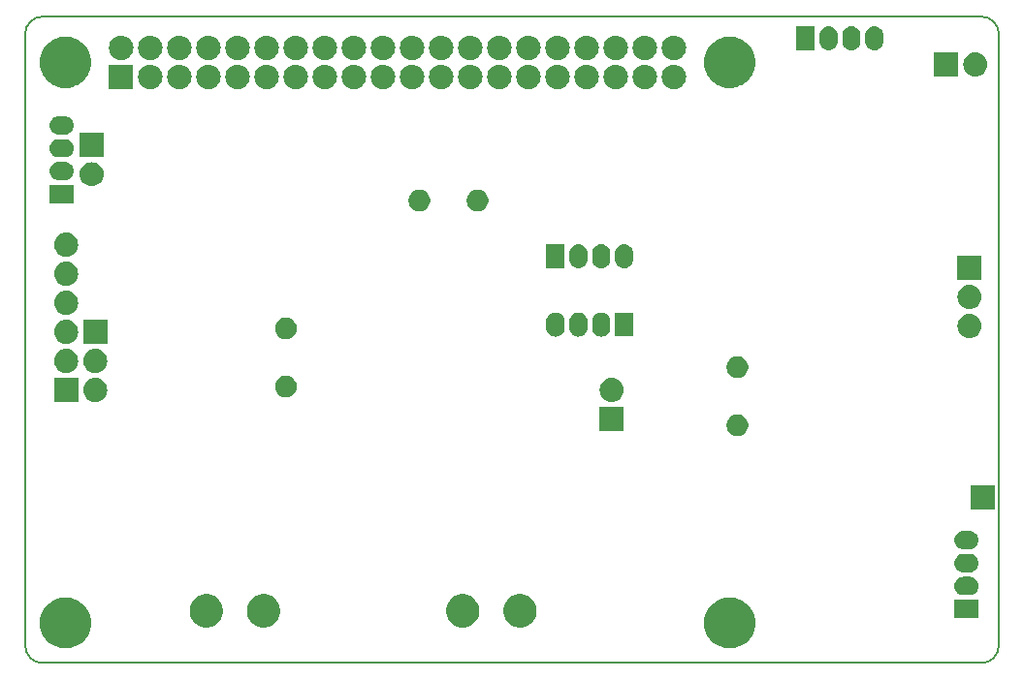
<source format=gbs>
G04 #@! TF.GenerationSoftware,KiCad,Pcbnew,5.1.2-f72e74a~84~ubuntu18.04.1*
G04 #@! TF.CreationDate,2019-06-19T19:43:24+02:00*
G04 #@! TF.ProjectId,AIOR,41494f52-2e6b-4696-9361-645f70636258,V1.1*
G04 #@! TF.SameCoordinates,Original*
G04 #@! TF.FileFunction,Soldermask,Bot*
G04 #@! TF.FilePolarity,Negative*
%FSLAX46Y46*%
G04 Gerber Fmt 4.6, Leading zero omitted, Abs format (unit mm)*
G04 Created by KiCad (PCBNEW 5.1.2-f72e74a~84~ubuntu18.04.1) date 2019-06-19 19:43:24*
%MOMM*%
%LPD*%
G04 APERTURE LIST*
%ADD10C,0.150000*%
%ADD11C,0.100000*%
G04 APERTURE END LIST*
D10*
X129500000Y-71500000D02*
X211500000Y-71500000D01*
X128000000Y-126500000D02*
X128000000Y-73000000D01*
X211500000Y-128000000D02*
X129500000Y-128000000D01*
X213000000Y-73000000D02*
X213000000Y-126500000D01*
X129500000Y-71500000D02*
G75*
G03X128000000Y-73000000I0J-1500000D01*
G01*
X128000000Y-126500000D02*
G75*
G03X129500000Y-128000000I1500000J0D01*
G01*
X211500000Y-128000000D02*
G75*
G03X213000000Y-126500000I0J1500000D01*
G01*
X213000000Y-73000000D02*
G75*
G03X211500000Y-71500000I-1500000J0D01*
G01*
D11*
G36*
X131935441Y-122310887D02*
G01*
X132151050Y-122353774D01*
X132436087Y-122471840D01*
X132551581Y-122519679D01*
X132557249Y-122522027D01*
X132922817Y-122766292D01*
X133233708Y-123077183D01*
X133477973Y-123442751D01*
X133646226Y-123848950D01*
X133732000Y-124280167D01*
X133732000Y-124719833D01*
X133646226Y-125151050D01*
X133477973Y-125557249D01*
X133233708Y-125922817D01*
X132922817Y-126233708D01*
X132557249Y-126477973D01*
X132151050Y-126646226D01*
X131935441Y-126689113D01*
X131719834Y-126732000D01*
X131280166Y-126732000D01*
X131064559Y-126689113D01*
X130848950Y-126646226D01*
X130442751Y-126477973D01*
X130077183Y-126233708D01*
X129766292Y-125922817D01*
X129522027Y-125557249D01*
X129353774Y-125151050D01*
X129268000Y-124719833D01*
X129268000Y-124280167D01*
X129353774Y-123848950D01*
X129522027Y-123442751D01*
X129766292Y-123077183D01*
X130077183Y-122766292D01*
X130442751Y-122522027D01*
X130448420Y-122519679D01*
X130563913Y-122471840D01*
X130848950Y-122353774D01*
X131064559Y-122310887D01*
X131280166Y-122268000D01*
X131719834Y-122268000D01*
X131935441Y-122310887D01*
X131935441Y-122310887D01*
G37*
G36*
X189935441Y-122310887D02*
G01*
X190151050Y-122353774D01*
X190436087Y-122471840D01*
X190551581Y-122519679D01*
X190557249Y-122522027D01*
X190922817Y-122766292D01*
X191233708Y-123077183D01*
X191477973Y-123442751D01*
X191646226Y-123848950D01*
X191732000Y-124280167D01*
X191732000Y-124719833D01*
X191646226Y-125151050D01*
X191477973Y-125557249D01*
X191233708Y-125922817D01*
X190922817Y-126233708D01*
X190557249Y-126477973D01*
X190151050Y-126646226D01*
X189935441Y-126689113D01*
X189719834Y-126732000D01*
X189280166Y-126732000D01*
X189064559Y-126689113D01*
X188848950Y-126646226D01*
X188442751Y-126477973D01*
X188077183Y-126233708D01*
X187766292Y-125922817D01*
X187522027Y-125557249D01*
X187353774Y-125151050D01*
X187268000Y-124719833D01*
X187268000Y-124280167D01*
X187353774Y-123848950D01*
X187522027Y-123442751D01*
X187766292Y-123077183D01*
X188077183Y-122766292D01*
X188442751Y-122522027D01*
X188448420Y-122519679D01*
X188563913Y-122471840D01*
X188848950Y-122353774D01*
X189064559Y-122310887D01*
X189280166Y-122268000D01*
X189719834Y-122268000D01*
X189935441Y-122310887D01*
X189935441Y-122310887D01*
G37*
G36*
X149226948Y-122049722D02*
G01*
X149490831Y-122159026D01*
X149490833Y-122159027D01*
X149728321Y-122317711D01*
X149930289Y-122519679D01*
X150088973Y-122757167D01*
X150088974Y-122757169D01*
X150198278Y-123021052D01*
X150254000Y-123301186D01*
X150254000Y-123586814D01*
X150198278Y-123866948D01*
X150113873Y-124070720D01*
X150088973Y-124130833D01*
X149930289Y-124368321D01*
X149728321Y-124570289D01*
X149490833Y-124728973D01*
X149490832Y-124728974D01*
X149490831Y-124728974D01*
X149226948Y-124838278D01*
X148946814Y-124894000D01*
X148661186Y-124894000D01*
X148381052Y-124838278D01*
X148117169Y-124728974D01*
X148117168Y-124728974D01*
X148117167Y-124728973D01*
X147879679Y-124570289D01*
X147677711Y-124368321D01*
X147519027Y-124130833D01*
X147494127Y-124070720D01*
X147409722Y-123866948D01*
X147354000Y-123586814D01*
X147354000Y-123301186D01*
X147409722Y-123021052D01*
X147519026Y-122757169D01*
X147519027Y-122757167D01*
X147677711Y-122519679D01*
X147879679Y-122317711D01*
X148117167Y-122159027D01*
X148117169Y-122159026D01*
X148381052Y-122049722D01*
X148661186Y-121994000D01*
X148946814Y-121994000D01*
X149226948Y-122049722D01*
X149226948Y-122049722D01*
G37*
G36*
X144226948Y-122049722D02*
G01*
X144490831Y-122159026D01*
X144490833Y-122159027D01*
X144728321Y-122317711D01*
X144930289Y-122519679D01*
X145088973Y-122757167D01*
X145088974Y-122757169D01*
X145198278Y-123021052D01*
X145254000Y-123301186D01*
X145254000Y-123586814D01*
X145198278Y-123866948D01*
X145113873Y-124070720D01*
X145088973Y-124130833D01*
X144930289Y-124368321D01*
X144728321Y-124570289D01*
X144490833Y-124728973D01*
X144490832Y-124728974D01*
X144490831Y-124728974D01*
X144226948Y-124838278D01*
X143946814Y-124894000D01*
X143661186Y-124894000D01*
X143381052Y-124838278D01*
X143117169Y-124728974D01*
X143117168Y-124728974D01*
X143117167Y-124728973D01*
X142879679Y-124570289D01*
X142677711Y-124368321D01*
X142519027Y-124130833D01*
X142494127Y-124070720D01*
X142409722Y-123866948D01*
X142354000Y-123586814D01*
X142354000Y-123301186D01*
X142409722Y-123021052D01*
X142519026Y-122757169D01*
X142519027Y-122757167D01*
X142677711Y-122519679D01*
X142879679Y-122317711D01*
X143117167Y-122159027D01*
X143117169Y-122159026D01*
X143381052Y-122049722D01*
X143661186Y-121994000D01*
X143946814Y-121994000D01*
X144226948Y-122049722D01*
X144226948Y-122049722D01*
G37*
G36*
X171618948Y-122049722D02*
G01*
X171882831Y-122159026D01*
X171882833Y-122159027D01*
X172120321Y-122317711D01*
X172322289Y-122519679D01*
X172480973Y-122757167D01*
X172480974Y-122757169D01*
X172590278Y-123021052D01*
X172646000Y-123301186D01*
X172646000Y-123586814D01*
X172590278Y-123866948D01*
X172505873Y-124070720D01*
X172480973Y-124130833D01*
X172322289Y-124368321D01*
X172120321Y-124570289D01*
X171882833Y-124728973D01*
X171882832Y-124728974D01*
X171882831Y-124728974D01*
X171618948Y-124838278D01*
X171338814Y-124894000D01*
X171053186Y-124894000D01*
X170773052Y-124838278D01*
X170509169Y-124728974D01*
X170509168Y-124728974D01*
X170509167Y-124728973D01*
X170271679Y-124570289D01*
X170069711Y-124368321D01*
X169911027Y-124130833D01*
X169886127Y-124070720D01*
X169801722Y-123866948D01*
X169746000Y-123586814D01*
X169746000Y-123301186D01*
X169801722Y-123021052D01*
X169911026Y-122757169D01*
X169911027Y-122757167D01*
X170069711Y-122519679D01*
X170271679Y-122317711D01*
X170509167Y-122159027D01*
X170509169Y-122159026D01*
X170773052Y-122049722D01*
X171053186Y-121994000D01*
X171338814Y-121994000D01*
X171618948Y-122049722D01*
X171618948Y-122049722D01*
G37*
G36*
X166618948Y-122049722D02*
G01*
X166882831Y-122159026D01*
X166882833Y-122159027D01*
X167120321Y-122317711D01*
X167322289Y-122519679D01*
X167480973Y-122757167D01*
X167480974Y-122757169D01*
X167590278Y-123021052D01*
X167646000Y-123301186D01*
X167646000Y-123586814D01*
X167590278Y-123866948D01*
X167505873Y-124070720D01*
X167480973Y-124130833D01*
X167322289Y-124368321D01*
X167120321Y-124570289D01*
X166882833Y-124728973D01*
X166882832Y-124728974D01*
X166882831Y-124728974D01*
X166618948Y-124838278D01*
X166338814Y-124894000D01*
X166053186Y-124894000D01*
X165773052Y-124838278D01*
X165509169Y-124728974D01*
X165509168Y-124728974D01*
X165509167Y-124728973D01*
X165271679Y-124570289D01*
X165069711Y-124368321D01*
X164911027Y-124130833D01*
X164886127Y-124070720D01*
X164801722Y-123866948D01*
X164746000Y-123586814D01*
X164746000Y-123301186D01*
X164801722Y-123021052D01*
X164911026Y-122757169D01*
X164911027Y-122757167D01*
X165069711Y-122519679D01*
X165271679Y-122317711D01*
X165509167Y-122159027D01*
X165509169Y-122159026D01*
X165773052Y-122049722D01*
X166053186Y-121994000D01*
X166338814Y-121994000D01*
X166618948Y-122049722D01*
X166618948Y-122049722D01*
G37*
G36*
X211234630Y-124070720D02*
G01*
X209135370Y-124070720D01*
X209135370Y-122471840D01*
X211234630Y-122471840D01*
X211234630Y-124070720D01*
X211234630Y-124070720D01*
G37*
G36*
X210591908Y-120481887D02*
G01*
X210742603Y-120527600D01*
X210881484Y-120601834D01*
X211003215Y-120701735D01*
X211103116Y-120823466D01*
X211177350Y-120962347D01*
X211223063Y-121113042D01*
X211238498Y-121269760D01*
X211223063Y-121426478D01*
X211177350Y-121577173D01*
X211103116Y-121716054D01*
X211003215Y-121837785D01*
X210881484Y-121937686D01*
X210742603Y-122011920D01*
X210591908Y-122057633D01*
X210474463Y-122069200D01*
X209895537Y-122069200D01*
X209778092Y-122057633D01*
X209627397Y-122011920D01*
X209488516Y-121937686D01*
X209366785Y-121837785D01*
X209266884Y-121716054D01*
X209192650Y-121577173D01*
X209146937Y-121426478D01*
X209131502Y-121269760D01*
X209146937Y-121113042D01*
X209192650Y-120962347D01*
X209266884Y-120823466D01*
X209366785Y-120701735D01*
X209488516Y-120601834D01*
X209627397Y-120527600D01*
X209778092Y-120481887D01*
X209895537Y-120470320D01*
X210474463Y-120470320D01*
X210591908Y-120481887D01*
X210591908Y-120481887D01*
G37*
G36*
X210591908Y-118480367D02*
G01*
X210742603Y-118526080D01*
X210881484Y-118600314D01*
X211003215Y-118700215D01*
X211103116Y-118821946D01*
X211177350Y-118960827D01*
X211223063Y-119111522D01*
X211238498Y-119268240D01*
X211223063Y-119424958D01*
X211177350Y-119575653D01*
X211103116Y-119714534D01*
X211003215Y-119836265D01*
X210881484Y-119936166D01*
X210742603Y-120010400D01*
X210591908Y-120056113D01*
X210474463Y-120067680D01*
X209895537Y-120067680D01*
X209778092Y-120056113D01*
X209627397Y-120010400D01*
X209488516Y-119936166D01*
X209366785Y-119836265D01*
X209266884Y-119714534D01*
X209192650Y-119575653D01*
X209146937Y-119424958D01*
X209131502Y-119268240D01*
X209146937Y-119111522D01*
X209192650Y-118960827D01*
X209266884Y-118821946D01*
X209366785Y-118700215D01*
X209488516Y-118600314D01*
X209627397Y-118526080D01*
X209778092Y-118480367D01*
X209895537Y-118468800D01*
X210474463Y-118468800D01*
X210591908Y-118480367D01*
X210591908Y-118480367D01*
G37*
G36*
X210591908Y-116481387D02*
G01*
X210742603Y-116527100D01*
X210881484Y-116601334D01*
X211003215Y-116701235D01*
X211103116Y-116822966D01*
X211177350Y-116961847D01*
X211223063Y-117112542D01*
X211238498Y-117269260D01*
X211223063Y-117425978D01*
X211177350Y-117576673D01*
X211103116Y-117715554D01*
X211003215Y-117837285D01*
X210881484Y-117937186D01*
X210742603Y-118011420D01*
X210591908Y-118057133D01*
X210474463Y-118068700D01*
X209895537Y-118068700D01*
X209778092Y-118057133D01*
X209627397Y-118011420D01*
X209488516Y-117937186D01*
X209366785Y-117837285D01*
X209266884Y-117715554D01*
X209192650Y-117576673D01*
X209146937Y-117425978D01*
X209131502Y-117269260D01*
X209146937Y-117112542D01*
X209192650Y-116961847D01*
X209266884Y-116822966D01*
X209366785Y-116701235D01*
X209488516Y-116601334D01*
X209627397Y-116527100D01*
X209778092Y-116481387D01*
X209895537Y-116469820D01*
X210474463Y-116469820D01*
X210591908Y-116481387D01*
X210591908Y-116481387D01*
G37*
G36*
X212632000Y-114588000D02*
G01*
X210532000Y-114588000D01*
X210532000Y-112488000D01*
X212632000Y-112488000D01*
X212632000Y-114588000D01*
X212632000Y-114588000D01*
G37*
G36*
X190355136Y-106281654D02*
G01*
X190446905Y-106299908D01*
X190619794Y-106371521D01*
X190775390Y-106475487D01*
X190907713Y-106607810D01*
X191011679Y-106763406D01*
X191083292Y-106936295D01*
X191119800Y-107119833D01*
X191119800Y-107306967D01*
X191083292Y-107490505D01*
X191011679Y-107663394D01*
X190907713Y-107818990D01*
X190775390Y-107951313D01*
X190619794Y-108055279D01*
X190446905Y-108126892D01*
X190355136Y-108145146D01*
X190263368Y-108163400D01*
X190076232Y-108163400D01*
X189984464Y-108145146D01*
X189892695Y-108126892D01*
X189719806Y-108055279D01*
X189564210Y-107951313D01*
X189431887Y-107818990D01*
X189327921Y-107663394D01*
X189256308Y-107490505D01*
X189219800Y-107306967D01*
X189219800Y-107119833D01*
X189256308Y-106936295D01*
X189327921Y-106763406D01*
X189431887Y-106607810D01*
X189564210Y-106475487D01*
X189719806Y-106371521D01*
X189892695Y-106299908D01*
X189984464Y-106281654D01*
X190076232Y-106263400D01*
X190263368Y-106263400D01*
X190355136Y-106281654D01*
X190355136Y-106281654D01*
G37*
G36*
X180247000Y-107730000D02*
G01*
X178147000Y-107730000D01*
X178147000Y-105630000D01*
X180247000Y-105630000D01*
X180247000Y-107730000D01*
X180247000Y-107730000D01*
G37*
G36*
X132622000Y-105190000D02*
G01*
X130522000Y-105190000D01*
X130522000Y-103090000D01*
X132622000Y-103090000D01*
X132622000Y-105190000D01*
X132622000Y-105190000D01*
G37*
G36*
X179325707Y-103097596D02*
G01*
X179402836Y-103105193D01*
X179600762Y-103165233D01*
X179600765Y-103165234D01*
X179783170Y-103262732D01*
X179943055Y-103393945D01*
X180074268Y-103553830D01*
X180171766Y-103736235D01*
X180171767Y-103736238D01*
X180231807Y-103934164D01*
X180252080Y-104140000D01*
X180231807Y-104345836D01*
X180171767Y-104543762D01*
X180171766Y-104543765D01*
X180074268Y-104726170D01*
X179943055Y-104886055D01*
X179783170Y-105017268D01*
X179600765Y-105114766D01*
X179600762Y-105114767D01*
X179402836Y-105174807D01*
X179325707Y-105182403D01*
X179248580Y-105190000D01*
X179145420Y-105190000D01*
X179068293Y-105182404D01*
X178991164Y-105174807D01*
X178793238Y-105114767D01*
X178793235Y-105114766D01*
X178610830Y-105017268D01*
X178450945Y-104886055D01*
X178319732Y-104726170D01*
X178222234Y-104543765D01*
X178222233Y-104543762D01*
X178162193Y-104345836D01*
X178141920Y-104140000D01*
X178162193Y-103934164D01*
X178222233Y-103736238D01*
X178222234Y-103736235D01*
X178319732Y-103553830D01*
X178450945Y-103393945D01*
X178610830Y-103262732D01*
X178793235Y-103165234D01*
X178793238Y-103165233D01*
X178991164Y-103105193D01*
X179068293Y-103097596D01*
X179145420Y-103090000D01*
X179248580Y-103090000D01*
X179325707Y-103097596D01*
X179325707Y-103097596D01*
G37*
G36*
X134240707Y-103097596D02*
G01*
X134317836Y-103105193D01*
X134515762Y-103165233D01*
X134515765Y-103165234D01*
X134698170Y-103262732D01*
X134858055Y-103393945D01*
X134989268Y-103553830D01*
X135086766Y-103736235D01*
X135086767Y-103736238D01*
X135146807Y-103934164D01*
X135167080Y-104140000D01*
X135146807Y-104345836D01*
X135086767Y-104543762D01*
X135086766Y-104543765D01*
X134989268Y-104726170D01*
X134858055Y-104886055D01*
X134698170Y-105017268D01*
X134515765Y-105114766D01*
X134515762Y-105114767D01*
X134317836Y-105174807D01*
X134240707Y-105182403D01*
X134163580Y-105190000D01*
X134060420Y-105190000D01*
X133983293Y-105182404D01*
X133906164Y-105174807D01*
X133708238Y-105114767D01*
X133708235Y-105114766D01*
X133525830Y-105017268D01*
X133365945Y-104886055D01*
X133234732Y-104726170D01*
X133137234Y-104543765D01*
X133137233Y-104543762D01*
X133077193Y-104345836D01*
X133056920Y-104140000D01*
X133077193Y-103934164D01*
X133137233Y-103736238D01*
X133137234Y-103736235D01*
X133234732Y-103553830D01*
X133365945Y-103393945D01*
X133525830Y-103262732D01*
X133708235Y-103165234D01*
X133708238Y-103165233D01*
X133906164Y-103105193D01*
X133983293Y-103097596D01*
X134060420Y-103090000D01*
X134163580Y-103090000D01*
X134240707Y-103097596D01*
X134240707Y-103097596D01*
G37*
G36*
X150934336Y-102890754D02*
G01*
X151026105Y-102909008D01*
X151198994Y-102980621D01*
X151354590Y-103084587D01*
X151486913Y-103216910D01*
X151590879Y-103372506D01*
X151662492Y-103545395D01*
X151699000Y-103728933D01*
X151699000Y-103916067D01*
X151662492Y-104099605D01*
X151590879Y-104272494D01*
X151486913Y-104428090D01*
X151354590Y-104560413D01*
X151198994Y-104664379D01*
X151026105Y-104735992D01*
X150934336Y-104754246D01*
X150842568Y-104772500D01*
X150655432Y-104772500D01*
X150563664Y-104754246D01*
X150471895Y-104735992D01*
X150299006Y-104664379D01*
X150143410Y-104560413D01*
X150011087Y-104428090D01*
X149907121Y-104272494D01*
X149835508Y-104099605D01*
X149799000Y-103916067D01*
X149799000Y-103728933D01*
X149835508Y-103545395D01*
X149907121Y-103372506D01*
X150011087Y-103216910D01*
X150143410Y-103084587D01*
X150299006Y-102980621D01*
X150471895Y-102909008D01*
X150563664Y-102890754D01*
X150655432Y-102872500D01*
X150842568Y-102872500D01*
X150934336Y-102890754D01*
X150934336Y-102890754D01*
G37*
G36*
X190327893Y-101196235D02*
G01*
X190446905Y-101219908D01*
X190619794Y-101291521D01*
X190775390Y-101395487D01*
X190907713Y-101527810D01*
X191011679Y-101683406D01*
X191083292Y-101856295D01*
X191119800Y-102039833D01*
X191119800Y-102226967D01*
X191083292Y-102410505D01*
X191011679Y-102583394D01*
X190907713Y-102738990D01*
X190775390Y-102871313D01*
X190619794Y-102975279D01*
X190446905Y-103046892D01*
X190355136Y-103065146D01*
X190263368Y-103083400D01*
X190076232Y-103083400D01*
X189984464Y-103065146D01*
X189892695Y-103046892D01*
X189719806Y-102975279D01*
X189564210Y-102871313D01*
X189431887Y-102738990D01*
X189327921Y-102583394D01*
X189256308Y-102410505D01*
X189219800Y-102226967D01*
X189219800Y-102039833D01*
X189256308Y-101856295D01*
X189327921Y-101683406D01*
X189431887Y-101527810D01*
X189564210Y-101395487D01*
X189719806Y-101291521D01*
X189892695Y-101219908D01*
X190011707Y-101196235D01*
X190076232Y-101183400D01*
X190263368Y-101183400D01*
X190327893Y-101196235D01*
X190327893Y-101196235D01*
G37*
G36*
X134240707Y-100557597D02*
G01*
X134317836Y-100565193D01*
X134515762Y-100625233D01*
X134515765Y-100625234D01*
X134698170Y-100722732D01*
X134858055Y-100853945D01*
X134989268Y-101013830D01*
X135086766Y-101196235D01*
X135086767Y-101196238D01*
X135146807Y-101394164D01*
X135167080Y-101600000D01*
X135146807Y-101805836D01*
X135131500Y-101856295D01*
X135086766Y-102003765D01*
X134989268Y-102186170D01*
X134858055Y-102346055D01*
X134698170Y-102477268D01*
X134515765Y-102574766D01*
X134515762Y-102574767D01*
X134317836Y-102634807D01*
X134240707Y-102642404D01*
X134163580Y-102650000D01*
X134060420Y-102650000D01*
X133983293Y-102642404D01*
X133906164Y-102634807D01*
X133708238Y-102574767D01*
X133708235Y-102574766D01*
X133525830Y-102477268D01*
X133365945Y-102346055D01*
X133234732Y-102186170D01*
X133137234Y-102003765D01*
X133092500Y-101856295D01*
X133077193Y-101805836D01*
X133056920Y-101600000D01*
X133077193Y-101394164D01*
X133137233Y-101196238D01*
X133137234Y-101196235D01*
X133234732Y-101013830D01*
X133365945Y-100853945D01*
X133525830Y-100722732D01*
X133708235Y-100625234D01*
X133708238Y-100625233D01*
X133906164Y-100565193D01*
X133983293Y-100557597D01*
X134060420Y-100550000D01*
X134163580Y-100550000D01*
X134240707Y-100557597D01*
X134240707Y-100557597D01*
G37*
G36*
X131700707Y-100557597D02*
G01*
X131777836Y-100565193D01*
X131975762Y-100625233D01*
X131975765Y-100625234D01*
X132158170Y-100722732D01*
X132318055Y-100853945D01*
X132449268Y-101013830D01*
X132546766Y-101196235D01*
X132546767Y-101196238D01*
X132606807Y-101394164D01*
X132627080Y-101600000D01*
X132606807Y-101805836D01*
X132591500Y-101856295D01*
X132546766Y-102003765D01*
X132449268Y-102186170D01*
X132318055Y-102346055D01*
X132158170Y-102477268D01*
X131975765Y-102574766D01*
X131975762Y-102574767D01*
X131777836Y-102634807D01*
X131700707Y-102642404D01*
X131623580Y-102650000D01*
X131520420Y-102650000D01*
X131443293Y-102642404D01*
X131366164Y-102634807D01*
X131168238Y-102574767D01*
X131168235Y-102574766D01*
X130985830Y-102477268D01*
X130825945Y-102346055D01*
X130694732Y-102186170D01*
X130597234Y-102003765D01*
X130552500Y-101856295D01*
X130537193Y-101805836D01*
X130516920Y-101600000D01*
X130537193Y-101394164D01*
X130597233Y-101196238D01*
X130597234Y-101196235D01*
X130694732Y-101013830D01*
X130825945Y-100853945D01*
X130985830Y-100722732D01*
X131168235Y-100625234D01*
X131168238Y-100625233D01*
X131366164Y-100565193D01*
X131443293Y-100557597D01*
X131520420Y-100550000D01*
X131623580Y-100550000D01*
X131700707Y-100557597D01*
X131700707Y-100557597D01*
G37*
G36*
X131700707Y-98017596D02*
G01*
X131777836Y-98025193D01*
X131975762Y-98085233D01*
X131975765Y-98085234D01*
X132158170Y-98182732D01*
X132318055Y-98313945D01*
X132449268Y-98473830D01*
X132546766Y-98656235D01*
X132546767Y-98656238D01*
X132606807Y-98854164D01*
X132627080Y-99060000D01*
X132606807Y-99265836D01*
X132546979Y-99463062D01*
X132546766Y-99463765D01*
X132449268Y-99646170D01*
X132318055Y-99806055D01*
X132158170Y-99937268D01*
X131975765Y-100034766D01*
X131975762Y-100034767D01*
X131777836Y-100094807D01*
X131700707Y-100102403D01*
X131623580Y-100110000D01*
X131520420Y-100110000D01*
X131443293Y-100102403D01*
X131366164Y-100094807D01*
X131168238Y-100034767D01*
X131168235Y-100034766D01*
X130985830Y-99937268D01*
X130825945Y-99806055D01*
X130694732Y-99646170D01*
X130597234Y-99463765D01*
X130597021Y-99463062D01*
X130537193Y-99265836D01*
X130516920Y-99060000D01*
X130537193Y-98854164D01*
X130597233Y-98656238D01*
X130597234Y-98656235D01*
X130694732Y-98473830D01*
X130825945Y-98313945D01*
X130985830Y-98182732D01*
X131168235Y-98085234D01*
X131168238Y-98085233D01*
X131366164Y-98025193D01*
X131443293Y-98017596D01*
X131520420Y-98010000D01*
X131623580Y-98010000D01*
X131700707Y-98017596D01*
X131700707Y-98017596D01*
G37*
G36*
X135162000Y-100110000D02*
G01*
X133062000Y-100110000D01*
X133062000Y-98010000D01*
X135162000Y-98010000D01*
X135162000Y-100110000D01*
X135162000Y-100110000D01*
G37*
G36*
X150910160Y-97805945D02*
G01*
X151026105Y-97829008D01*
X151198994Y-97900621D01*
X151354590Y-98004587D01*
X151486913Y-98136910D01*
X151590879Y-98292506D01*
X151662492Y-98465395D01*
X151699000Y-98648933D01*
X151699000Y-98836067D01*
X151662492Y-99019605D01*
X151590879Y-99192494D01*
X151486913Y-99348090D01*
X151354590Y-99480413D01*
X151198994Y-99584379D01*
X151026105Y-99655992D01*
X150934336Y-99674246D01*
X150842568Y-99692500D01*
X150655432Y-99692500D01*
X150563664Y-99674246D01*
X150471895Y-99655992D01*
X150299006Y-99584379D01*
X150143410Y-99480413D01*
X150011087Y-99348090D01*
X149907121Y-99192494D01*
X149835508Y-99019605D01*
X149799000Y-98836067D01*
X149799000Y-98648933D01*
X149835508Y-98465395D01*
X149907121Y-98292506D01*
X150011087Y-98136910D01*
X150143410Y-98004587D01*
X150299006Y-97900621D01*
X150471895Y-97829008D01*
X150587840Y-97805945D01*
X150655432Y-97792500D01*
X150842568Y-97792500D01*
X150910160Y-97805945D01*
X150910160Y-97805945D01*
G37*
G36*
X210567707Y-97509596D02*
G01*
X210644836Y-97517193D01*
X210842762Y-97577233D01*
X210842765Y-97577234D01*
X211025170Y-97674732D01*
X211185055Y-97805945D01*
X211316268Y-97965830D01*
X211413766Y-98148235D01*
X211413767Y-98148238D01*
X211473807Y-98346164D01*
X211494080Y-98552000D01*
X211473807Y-98757836D01*
X211413767Y-98955762D01*
X211413766Y-98955765D01*
X211316268Y-99138170D01*
X211185055Y-99298055D01*
X211025170Y-99429268D01*
X210842765Y-99526766D01*
X210842762Y-99526767D01*
X210644836Y-99586807D01*
X210567707Y-99594403D01*
X210490580Y-99602000D01*
X210387420Y-99602000D01*
X210310293Y-99594403D01*
X210233164Y-99586807D01*
X210035238Y-99526767D01*
X210035235Y-99526766D01*
X209852830Y-99429268D01*
X209692945Y-99298055D01*
X209561732Y-99138170D01*
X209464234Y-98955765D01*
X209464233Y-98955762D01*
X209404193Y-98757836D01*
X209383920Y-98552000D01*
X209404193Y-98346164D01*
X209464233Y-98148238D01*
X209464234Y-98148235D01*
X209561732Y-97965830D01*
X209692945Y-97805945D01*
X209852830Y-97674732D01*
X210035235Y-97577234D01*
X210035238Y-97577233D01*
X210233164Y-97517193D01*
X210310293Y-97509596D01*
X210387420Y-97502000D01*
X210490580Y-97502000D01*
X210567707Y-97509596D01*
X210567707Y-97509596D01*
G37*
G36*
X176447958Y-97386937D02*
G01*
X176598653Y-97432650D01*
X176737534Y-97506884D01*
X176859265Y-97606785D01*
X176959166Y-97728516D01*
X177033400Y-97867397D01*
X177079113Y-98018092D01*
X177090680Y-98135537D01*
X177090680Y-98714463D01*
X177079113Y-98831908D01*
X177033400Y-98982603D01*
X176959166Y-99121484D01*
X176859265Y-99243215D01*
X176737533Y-99343116D01*
X176598652Y-99417350D01*
X176447957Y-99463063D01*
X176291240Y-99478498D01*
X176134522Y-99463063D01*
X175983827Y-99417350D01*
X175844946Y-99343116D01*
X175723215Y-99243215D01*
X175623314Y-99121483D01*
X175549080Y-98982602D01*
X175503367Y-98831907D01*
X175491800Y-98714462D01*
X175491800Y-98135537D01*
X175503367Y-98018092D01*
X175549080Y-97867397D01*
X175623314Y-97728516D01*
X175723216Y-97606785D01*
X175844947Y-97506884D01*
X175983828Y-97432650D01*
X176134523Y-97386937D01*
X176291240Y-97371502D01*
X176447958Y-97386937D01*
X176447958Y-97386937D01*
G37*
G36*
X178449478Y-97386937D02*
G01*
X178600173Y-97432650D01*
X178739054Y-97506884D01*
X178860785Y-97606785D01*
X178960686Y-97728516D01*
X179034920Y-97867397D01*
X179080633Y-98018092D01*
X179092200Y-98135537D01*
X179092200Y-98714463D01*
X179080633Y-98831908D01*
X179034920Y-98982603D01*
X178960686Y-99121484D01*
X178860785Y-99243215D01*
X178739053Y-99343116D01*
X178600172Y-99417350D01*
X178449477Y-99463063D01*
X178292760Y-99478498D01*
X178136042Y-99463063D01*
X177985347Y-99417350D01*
X177846466Y-99343116D01*
X177724735Y-99243215D01*
X177624834Y-99121483D01*
X177550600Y-98982602D01*
X177504887Y-98831907D01*
X177493320Y-98714462D01*
X177493320Y-98135537D01*
X177504887Y-98018092D01*
X177550600Y-97867397D01*
X177624834Y-97728516D01*
X177724736Y-97606785D01*
X177846467Y-97506884D01*
X177985348Y-97432650D01*
X178136043Y-97386937D01*
X178292760Y-97371502D01*
X178449478Y-97386937D01*
X178449478Y-97386937D01*
G37*
G36*
X174448978Y-97386937D02*
G01*
X174599673Y-97432650D01*
X174738554Y-97506884D01*
X174860285Y-97606785D01*
X174960186Y-97728516D01*
X175034420Y-97867397D01*
X175080133Y-98018092D01*
X175091700Y-98135537D01*
X175091700Y-98714463D01*
X175080133Y-98831908D01*
X175034420Y-98982603D01*
X174960186Y-99121484D01*
X174860285Y-99243215D01*
X174738553Y-99343116D01*
X174599672Y-99417350D01*
X174448977Y-99463063D01*
X174292260Y-99478498D01*
X174135542Y-99463063D01*
X173984847Y-99417350D01*
X173845966Y-99343116D01*
X173724235Y-99243215D01*
X173624334Y-99121483D01*
X173550100Y-98982602D01*
X173504387Y-98831907D01*
X173492820Y-98714462D01*
X173492820Y-98135537D01*
X173504387Y-98018092D01*
X173550100Y-97867397D01*
X173624334Y-97728516D01*
X173724236Y-97606785D01*
X173845967Y-97506884D01*
X173984848Y-97432650D01*
X174135543Y-97386937D01*
X174292260Y-97371502D01*
X174448978Y-97386937D01*
X174448978Y-97386937D01*
G37*
G36*
X181093720Y-99474630D02*
G01*
X179494840Y-99474630D01*
X179494840Y-97375370D01*
X181093720Y-97375370D01*
X181093720Y-99474630D01*
X181093720Y-99474630D01*
G37*
G36*
X131700707Y-95477597D02*
G01*
X131777836Y-95485193D01*
X131975762Y-95545233D01*
X131975765Y-95545234D01*
X132158170Y-95642732D01*
X132318055Y-95773945D01*
X132449268Y-95933830D01*
X132546766Y-96116235D01*
X132546767Y-96116238D01*
X132606807Y-96314164D01*
X132627080Y-96520000D01*
X132606807Y-96725836D01*
X132546767Y-96923762D01*
X132546766Y-96923765D01*
X132449268Y-97106170D01*
X132318055Y-97266055D01*
X132158170Y-97397268D01*
X131975765Y-97494766D01*
X131975762Y-97494767D01*
X131777836Y-97554807D01*
X131700707Y-97562403D01*
X131623580Y-97570000D01*
X131520420Y-97570000D01*
X131443293Y-97562403D01*
X131366164Y-97554807D01*
X131168238Y-97494767D01*
X131168235Y-97494766D01*
X130985830Y-97397268D01*
X130825945Y-97266055D01*
X130694732Y-97106170D01*
X130597234Y-96923765D01*
X130597233Y-96923762D01*
X130537193Y-96725836D01*
X130516920Y-96520000D01*
X130537193Y-96314164D01*
X130597233Y-96116238D01*
X130597234Y-96116235D01*
X130694732Y-95933830D01*
X130825945Y-95773945D01*
X130985830Y-95642732D01*
X131168235Y-95545234D01*
X131168238Y-95545233D01*
X131366164Y-95485193D01*
X131443293Y-95477597D01*
X131520420Y-95470000D01*
X131623580Y-95470000D01*
X131700707Y-95477597D01*
X131700707Y-95477597D01*
G37*
G36*
X210567707Y-94969596D02*
G01*
X210644836Y-94977193D01*
X210842762Y-95037233D01*
X210842765Y-95037234D01*
X211025170Y-95134732D01*
X211185055Y-95265945D01*
X211316268Y-95425830D01*
X211413766Y-95608235D01*
X211413767Y-95608238D01*
X211473807Y-95806164D01*
X211494080Y-96012000D01*
X211473807Y-96217836D01*
X211413767Y-96415762D01*
X211413766Y-96415765D01*
X211316268Y-96598170D01*
X211185055Y-96758055D01*
X211025170Y-96889268D01*
X210842765Y-96986766D01*
X210842762Y-96986767D01*
X210644836Y-97046807D01*
X210567707Y-97054403D01*
X210490580Y-97062000D01*
X210387420Y-97062000D01*
X210310293Y-97054403D01*
X210233164Y-97046807D01*
X210035238Y-96986767D01*
X210035235Y-96986766D01*
X209852830Y-96889268D01*
X209692945Y-96758055D01*
X209561732Y-96598170D01*
X209464234Y-96415765D01*
X209464233Y-96415762D01*
X209404193Y-96217836D01*
X209383920Y-96012000D01*
X209404193Y-95806164D01*
X209464233Y-95608238D01*
X209464234Y-95608235D01*
X209561732Y-95425830D01*
X209692945Y-95265945D01*
X209852830Y-95134732D01*
X210035235Y-95037234D01*
X210035238Y-95037233D01*
X210233164Y-94977193D01*
X210310293Y-94969596D01*
X210387420Y-94962000D01*
X210490580Y-94962000D01*
X210567707Y-94969596D01*
X210567707Y-94969596D01*
G37*
G36*
X131700707Y-92937596D02*
G01*
X131777836Y-92945193D01*
X131975762Y-93005233D01*
X131975765Y-93005234D01*
X132158170Y-93102732D01*
X132318055Y-93233945D01*
X132449268Y-93393830D01*
X132546766Y-93576235D01*
X132546767Y-93576238D01*
X132606807Y-93774164D01*
X132627080Y-93980000D01*
X132606807Y-94185836D01*
X132546767Y-94383762D01*
X132546766Y-94383765D01*
X132449268Y-94566170D01*
X132318055Y-94726055D01*
X132158170Y-94857268D01*
X131975765Y-94954766D01*
X131975762Y-94954767D01*
X131777836Y-95014807D01*
X131700707Y-95022403D01*
X131623580Y-95030000D01*
X131520420Y-95030000D01*
X131443293Y-95022403D01*
X131366164Y-95014807D01*
X131168238Y-94954767D01*
X131168235Y-94954766D01*
X130985830Y-94857268D01*
X130825945Y-94726055D01*
X130694732Y-94566170D01*
X130597234Y-94383765D01*
X130597233Y-94383762D01*
X130537193Y-94185836D01*
X130516920Y-93980000D01*
X130537193Y-93774164D01*
X130597233Y-93576238D01*
X130597234Y-93576235D01*
X130694732Y-93393830D01*
X130825945Y-93233945D01*
X130985830Y-93102732D01*
X131168235Y-93005234D01*
X131168238Y-93005233D01*
X131366164Y-92945193D01*
X131443293Y-92937596D01*
X131520420Y-92930000D01*
X131623580Y-92930000D01*
X131700707Y-92937596D01*
X131700707Y-92937596D01*
G37*
G36*
X211489000Y-94522000D02*
G01*
X209389000Y-94522000D01*
X209389000Y-92422000D01*
X211489000Y-92422000D01*
X211489000Y-94522000D01*
X211489000Y-94522000D01*
G37*
G36*
X176447957Y-91417937D02*
G01*
X176598652Y-91463650D01*
X176737533Y-91537884D01*
X176859265Y-91637785D01*
X176959166Y-91759516D01*
X177033400Y-91898397D01*
X177079113Y-92049092D01*
X177090680Y-92166537D01*
X177090680Y-92745463D01*
X177079113Y-92862908D01*
X177033400Y-93013603D01*
X176959166Y-93152484D01*
X176859265Y-93274215D01*
X176737534Y-93374116D01*
X176598653Y-93448350D01*
X176447958Y-93494063D01*
X176291240Y-93509498D01*
X176134523Y-93494063D01*
X175983828Y-93448350D01*
X175844947Y-93374116D01*
X175723216Y-93274215D01*
X175623314Y-93152484D01*
X175549080Y-93013603D01*
X175503367Y-92862908D01*
X175491800Y-92745463D01*
X175491800Y-92166538D01*
X175503367Y-92049093D01*
X175549080Y-91898398D01*
X175623314Y-91759517D01*
X175723215Y-91637785D01*
X175844946Y-91537884D01*
X175983827Y-91463650D01*
X176134522Y-91417937D01*
X176291240Y-91402502D01*
X176447957Y-91417937D01*
X176447957Y-91417937D01*
G37*
G36*
X180448457Y-91417937D02*
G01*
X180599152Y-91463650D01*
X180738033Y-91537884D01*
X180859765Y-91637785D01*
X180959666Y-91759516D01*
X181033900Y-91898397D01*
X181079613Y-92049092D01*
X181091180Y-92166537D01*
X181091180Y-92745463D01*
X181079613Y-92862908D01*
X181033900Y-93013603D01*
X180959666Y-93152484D01*
X180859765Y-93274215D01*
X180738034Y-93374116D01*
X180599153Y-93448350D01*
X180448458Y-93494063D01*
X180291740Y-93509498D01*
X180135023Y-93494063D01*
X179984328Y-93448350D01*
X179845447Y-93374116D01*
X179723716Y-93274215D01*
X179623814Y-93152484D01*
X179549580Y-93013603D01*
X179503867Y-92862908D01*
X179492300Y-92745463D01*
X179492300Y-92166538D01*
X179503867Y-92049093D01*
X179549580Y-91898398D01*
X179623814Y-91759517D01*
X179723715Y-91637785D01*
X179845446Y-91537884D01*
X179984327Y-91463650D01*
X180135022Y-91417937D01*
X180291740Y-91402502D01*
X180448457Y-91417937D01*
X180448457Y-91417937D01*
G37*
G36*
X178449477Y-91417937D02*
G01*
X178600172Y-91463650D01*
X178739053Y-91537884D01*
X178860785Y-91637785D01*
X178960686Y-91759516D01*
X179034920Y-91898397D01*
X179080633Y-92049092D01*
X179092200Y-92166537D01*
X179092200Y-92745463D01*
X179080633Y-92862908D01*
X179034920Y-93013603D01*
X178960686Y-93152484D01*
X178860785Y-93274215D01*
X178739054Y-93374116D01*
X178600173Y-93448350D01*
X178449478Y-93494063D01*
X178292760Y-93509498D01*
X178136043Y-93494063D01*
X177985348Y-93448350D01*
X177846467Y-93374116D01*
X177724736Y-93274215D01*
X177624834Y-93152484D01*
X177550600Y-93013603D01*
X177504887Y-92862908D01*
X177493320Y-92745463D01*
X177493320Y-92166538D01*
X177504887Y-92049093D01*
X177550600Y-91898398D01*
X177624834Y-91759517D01*
X177724735Y-91637785D01*
X177846466Y-91537884D01*
X177985347Y-91463650D01*
X178136042Y-91417937D01*
X178292760Y-91402502D01*
X178449477Y-91417937D01*
X178449477Y-91417937D01*
G37*
G36*
X175089160Y-93505630D02*
G01*
X173490280Y-93505630D01*
X173490280Y-91406370D01*
X175089160Y-91406370D01*
X175089160Y-93505630D01*
X175089160Y-93505630D01*
G37*
G36*
X131700707Y-90397597D02*
G01*
X131777836Y-90405193D01*
X131975762Y-90465233D01*
X131975765Y-90465234D01*
X132158170Y-90562732D01*
X132318055Y-90693945D01*
X132449268Y-90853830D01*
X132546766Y-91036235D01*
X132546767Y-91036238D01*
X132606807Y-91234164D01*
X132627080Y-91440000D01*
X132606807Y-91645836D01*
X132572321Y-91759521D01*
X132546766Y-91843765D01*
X132449268Y-92026170D01*
X132318055Y-92186055D01*
X132158170Y-92317268D01*
X131975765Y-92414766D01*
X131975762Y-92414767D01*
X131777836Y-92474807D01*
X131700707Y-92482404D01*
X131623580Y-92490000D01*
X131520420Y-92490000D01*
X131443293Y-92482404D01*
X131366164Y-92474807D01*
X131168238Y-92414767D01*
X131168235Y-92414766D01*
X130985830Y-92317268D01*
X130825945Y-92186055D01*
X130694732Y-92026170D01*
X130597234Y-91843765D01*
X130571679Y-91759521D01*
X130537193Y-91645836D01*
X130516920Y-91440000D01*
X130537193Y-91234164D01*
X130597233Y-91036238D01*
X130597234Y-91036235D01*
X130694732Y-90853830D01*
X130825945Y-90693945D01*
X130985830Y-90562732D01*
X131168235Y-90465234D01*
X131168238Y-90465233D01*
X131366164Y-90405193D01*
X131443293Y-90397597D01*
X131520420Y-90390000D01*
X131623580Y-90390000D01*
X131700707Y-90397597D01*
X131700707Y-90397597D01*
G37*
G36*
X162592936Y-86647454D02*
G01*
X162684705Y-86665708D01*
X162857594Y-86737321D01*
X163013190Y-86841287D01*
X163145513Y-86973610D01*
X163249479Y-87129206D01*
X163321092Y-87302095D01*
X163357600Y-87485633D01*
X163357600Y-87672767D01*
X163321092Y-87856305D01*
X163249479Y-88029194D01*
X163145513Y-88184790D01*
X163013190Y-88317113D01*
X162857594Y-88421079D01*
X162684705Y-88492692D01*
X162592936Y-88510946D01*
X162501168Y-88529200D01*
X162314032Y-88529200D01*
X162222264Y-88510946D01*
X162130495Y-88492692D01*
X161957606Y-88421079D01*
X161802010Y-88317113D01*
X161669687Y-88184790D01*
X161565721Y-88029194D01*
X161494108Y-87856305D01*
X161457600Y-87672767D01*
X161457600Y-87485633D01*
X161494108Y-87302095D01*
X161565721Y-87129206D01*
X161669687Y-86973610D01*
X161802010Y-86841287D01*
X161957606Y-86737321D01*
X162130495Y-86665708D01*
X162222264Y-86647454D01*
X162314032Y-86629200D01*
X162501168Y-86629200D01*
X162592936Y-86647454D01*
X162592936Y-86647454D01*
G37*
G36*
X167672936Y-86647454D02*
G01*
X167764705Y-86665708D01*
X167937594Y-86737321D01*
X168093190Y-86841287D01*
X168225513Y-86973610D01*
X168329479Y-87129206D01*
X168401092Y-87302095D01*
X168437600Y-87485633D01*
X168437600Y-87672767D01*
X168401092Y-87856305D01*
X168329479Y-88029194D01*
X168225513Y-88184790D01*
X168093190Y-88317113D01*
X167937594Y-88421079D01*
X167764705Y-88492692D01*
X167672936Y-88510946D01*
X167581168Y-88529200D01*
X167394032Y-88529200D01*
X167302264Y-88510946D01*
X167210495Y-88492692D01*
X167037606Y-88421079D01*
X166882010Y-88317113D01*
X166749687Y-88184790D01*
X166645721Y-88029194D01*
X166574108Y-87856305D01*
X166537600Y-87672767D01*
X166537600Y-87485633D01*
X166574108Y-87302095D01*
X166645721Y-87129206D01*
X166749687Y-86973610D01*
X166882010Y-86841287D01*
X167037606Y-86737321D01*
X167210495Y-86665708D01*
X167302264Y-86647454D01*
X167394032Y-86629200D01*
X167581168Y-86629200D01*
X167672936Y-86647454D01*
X167672936Y-86647454D01*
G37*
G36*
X132240630Y-87809680D02*
G01*
X130141370Y-87809680D01*
X130141370Y-86210800D01*
X132240630Y-86210800D01*
X132240630Y-87809680D01*
X132240630Y-87809680D01*
G37*
G36*
X133923207Y-84238097D02*
G01*
X134000336Y-84245693D01*
X134198262Y-84305733D01*
X134198265Y-84305734D01*
X134380670Y-84403232D01*
X134540555Y-84534445D01*
X134671768Y-84694330D01*
X134769266Y-84876735D01*
X134769267Y-84876738D01*
X134829307Y-85074664D01*
X134849580Y-85280500D01*
X134829307Y-85486336D01*
X134801112Y-85579283D01*
X134769266Y-85684265D01*
X134671768Y-85866670D01*
X134540555Y-86026555D01*
X134380670Y-86157768D01*
X134198265Y-86255266D01*
X134198262Y-86255267D01*
X134000336Y-86315307D01*
X133923207Y-86322903D01*
X133846080Y-86330500D01*
X133742920Y-86330500D01*
X133665793Y-86322903D01*
X133588664Y-86315307D01*
X133390738Y-86255267D01*
X133390735Y-86255266D01*
X133208330Y-86157768D01*
X133048445Y-86026555D01*
X132917232Y-85866670D01*
X132819734Y-85684265D01*
X132787888Y-85579283D01*
X132759693Y-85486336D01*
X132739420Y-85280500D01*
X132759693Y-85074664D01*
X132819733Y-84876738D01*
X132819734Y-84876735D01*
X132917232Y-84694330D01*
X133048445Y-84534445D01*
X133208330Y-84403232D01*
X133390735Y-84305734D01*
X133390738Y-84305733D01*
X133588664Y-84245693D01*
X133665793Y-84238097D01*
X133742920Y-84230500D01*
X133846080Y-84230500D01*
X133923207Y-84238097D01*
X133923207Y-84238097D01*
G37*
G36*
X131597908Y-84223387D02*
G01*
X131748603Y-84269100D01*
X131887484Y-84343334D01*
X132009215Y-84443235D01*
X132109116Y-84564966D01*
X132183350Y-84703847D01*
X132229063Y-84854542D01*
X132244498Y-85011260D01*
X132229063Y-85167978D01*
X132183350Y-85318673D01*
X132109116Y-85457554D01*
X132009215Y-85579285D01*
X131887484Y-85679186D01*
X131748603Y-85753420D01*
X131597908Y-85799133D01*
X131480463Y-85810700D01*
X130901537Y-85810700D01*
X130784092Y-85799133D01*
X130633397Y-85753420D01*
X130494516Y-85679186D01*
X130372785Y-85579285D01*
X130272884Y-85457554D01*
X130198650Y-85318673D01*
X130152937Y-85167978D01*
X130137502Y-85011260D01*
X130152937Y-84854542D01*
X130198650Y-84703847D01*
X130272884Y-84564966D01*
X130372785Y-84443235D01*
X130494516Y-84343334D01*
X130633397Y-84269100D01*
X130784092Y-84223387D01*
X130901537Y-84211820D01*
X131480463Y-84211820D01*
X131597908Y-84223387D01*
X131597908Y-84223387D01*
G37*
G36*
X131597908Y-82221867D02*
G01*
X131748603Y-82267580D01*
X131887484Y-82341814D01*
X132009215Y-82441715D01*
X132109116Y-82563446D01*
X132183350Y-82702327D01*
X132229063Y-82853022D01*
X132244498Y-83009740D01*
X132229063Y-83166458D01*
X132183350Y-83317153D01*
X132109116Y-83456034D01*
X132009215Y-83577765D01*
X131887484Y-83677666D01*
X131748603Y-83751900D01*
X131597908Y-83797613D01*
X131480463Y-83809180D01*
X130901537Y-83809180D01*
X130784092Y-83797613D01*
X130633397Y-83751900D01*
X130494516Y-83677666D01*
X130372785Y-83577765D01*
X130272884Y-83456034D01*
X130198650Y-83317153D01*
X130152937Y-83166458D01*
X130137502Y-83009740D01*
X130152937Y-82853022D01*
X130198650Y-82702327D01*
X130272884Y-82563446D01*
X130372785Y-82441715D01*
X130494516Y-82341814D01*
X130633397Y-82267580D01*
X130784092Y-82221867D01*
X130901537Y-82210300D01*
X131480463Y-82210300D01*
X131597908Y-82221867D01*
X131597908Y-82221867D01*
G37*
G36*
X134844500Y-83790500D02*
G01*
X132744500Y-83790500D01*
X132744500Y-81690500D01*
X134844500Y-81690500D01*
X134844500Y-83790500D01*
X134844500Y-83790500D01*
G37*
G36*
X131597908Y-80222887D02*
G01*
X131748603Y-80268600D01*
X131887484Y-80342834D01*
X132009215Y-80442735D01*
X132109116Y-80564466D01*
X132183350Y-80703347D01*
X132229063Y-80854042D01*
X132244498Y-81010760D01*
X132229063Y-81167478D01*
X132183350Y-81318173D01*
X132109116Y-81457054D01*
X132009215Y-81578785D01*
X131887484Y-81678686D01*
X131748603Y-81752920D01*
X131597908Y-81798633D01*
X131480463Y-81810200D01*
X130901537Y-81810200D01*
X130784092Y-81798633D01*
X130633397Y-81752920D01*
X130494516Y-81678686D01*
X130372785Y-81578785D01*
X130272884Y-81457054D01*
X130198650Y-81318173D01*
X130152937Y-81167478D01*
X130137502Y-81010760D01*
X130152937Y-80854042D01*
X130198650Y-80703347D01*
X130272884Y-80564466D01*
X130372785Y-80442735D01*
X130494516Y-80342834D01*
X130633397Y-80268600D01*
X130784092Y-80222887D01*
X130901537Y-80211320D01*
X131480463Y-80211320D01*
X131597908Y-80222887D01*
X131597908Y-80222887D01*
G37*
G36*
X182301100Y-75710589D02*
G01*
X182501594Y-75771408D01*
X182686359Y-75870167D01*
X182686362Y-75870169D01*
X182686363Y-75870170D01*
X182848318Y-76003082D01*
X182969750Y-76151049D01*
X182981233Y-76165041D01*
X183079992Y-76349806D01*
X183140811Y-76550300D01*
X183161346Y-76758800D01*
X183140811Y-76967300D01*
X183079992Y-77167794D01*
X182981233Y-77352559D01*
X182981231Y-77352562D01*
X182981230Y-77352563D01*
X182848318Y-77514518D01*
X182687830Y-77646226D01*
X182686359Y-77647433D01*
X182501594Y-77746192D01*
X182301100Y-77807011D01*
X182144851Y-77822400D01*
X182040349Y-77822400D01*
X181884100Y-77807011D01*
X181683606Y-77746192D01*
X181498841Y-77647433D01*
X181497370Y-77646226D01*
X181336882Y-77514518D01*
X181203970Y-77352563D01*
X181203969Y-77352562D01*
X181203967Y-77352559D01*
X181105208Y-77167794D01*
X181044389Y-76967300D01*
X181023854Y-76758800D01*
X181044389Y-76550300D01*
X181105208Y-76349806D01*
X181203967Y-76165041D01*
X181215450Y-76151049D01*
X181336882Y-76003082D01*
X181498837Y-75870170D01*
X181498838Y-75870169D01*
X181498841Y-75870167D01*
X181683606Y-75771408D01*
X181884100Y-75710589D01*
X182040349Y-75695200D01*
X182144851Y-75695200D01*
X182301100Y-75710589D01*
X182301100Y-75710589D01*
G37*
G36*
X149281100Y-75710589D02*
G01*
X149481594Y-75771408D01*
X149666359Y-75870167D01*
X149666362Y-75870169D01*
X149666363Y-75870170D01*
X149828318Y-76003082D01*
X149949750Y-76151049D01*
X149961233Y-76165041D01*
X150059992Y-76349806D01*
X150120811Y-76550300D01*
X150141346Y-76758800D01*
X150120811Y-76967300D01*
X150059992Y-77167794D01*
X149961233Y-77352559D01*
X149961231Y-77352562D01*
X149961230Y-77352563D01*
X149828318Y-77514518D01*
X149667830Y-77646226D01*
X149666359Y-77647433D01*
X149481594Y-77746192D01*
X149281100Y-77807011D01*
X149124851Y-77822400D01*
X149020349Y-77822400D01*
X148864100Y-77807011D01*
X148663606Y-77746192D01*
X148478841Y-77647433D01*
X148477370Y-77646226D01*
X148316882Y-77514518D01*
X148183970Y-77352563D01*
X148183969Y-77352562D01*
X148183967Y-77352559D01*
X148085208Y-77167794D01*
X148024389Y-76967300D01*
X148003854Y-76758800D01*
X148024389Y-76550300D01*
X148085208Y-76349806D01*
X148183967Y-76165041D01*
X148195450Y-76151049D01*
X148316882Y-76003082D01*
X148478837Y-75870170D01*
X148478838Y-75870169D01*
X148478841Y-75870167D01*
X148663606Y-75771408D01*
X148864100Y-75710589D01*
X149020349Y-75695200D01*
X149124851Y-75695200D01*
X149281100Y-75710589D01*
X149281100Y-75710589D01*
G37*
G36*
X179761100Y-75710589D02*
G01*
X179961594Y-75771408D01*
X180146359Y-75870167D01*
X180146362Y-75870169D01*
X180146363Y-75870170D01*
X180308318Y-76003082D01*
X180429750Y-76151049D01*
X180441233Y-76165041D01*
X180539992Y-76349806D01*
X180600811Y-76550300D01*
X180621346Y-76758800D01*
X180600811Y-76967300D01*
X180539992Y-77167794D01*
X180441233Y-77352559D01*
X180441231Y-77352562D01*
X180441230Y-77352563D01*
X180308318Y-77514518D01*
X180147830Y-77646226D01*
X180146359Y-77647433D01*
X179961594Y-77746192D01*
X179761100Y-77807011D01*
X179604851Y-77822400D01*
X179500349Y-77822400D01*
X179344100Y-77807011D01*
X179143606Y-77746192D01*
X178958841Y-77647433D01*
X178957370Y-77646226D01*
X178796882Y-77514518D01*
X178663970Y-77352563D01*
X178663969Y-77352562D01*
X178663967Y-77352559D01*
X178565208Y-77167794D01*
X178504389Y-76967300D01*
X178483854Y-76758800D01*
X178504389Y-76550300D01*
X178565208Y-76349806D01*
X178663967Y-76165041D01*
X178675450Y-76151049D01*
X178796882Y-76003082D01*
X178958837Y-75870170D01*
X178958838Y-75870169D01*
X178958841Y-75870167D01*
X179143606Y-75771408D01*
X179344100Y-75710589D01*
X179500349Y-75695200D01*
X179604851Y-75695200D01*
X179761100Y-75710589D01*
X179761100Y-75710589D01*
G37*
G36*
X177221100Y-75710589D02*
G01*
X177421594Y-75771408D01*
X177606359Y-75870167D01*
X177606362Y-75870169D01*
X177606363Y-75870170D01*
X177768318Y-76003082D01*
X177889750Y-76151049D01*
X177901233Y-76165041D01*
X177999992Y-76349806D01*
X178060811Y-76550300D01*
X178081346Y-76758800D01*
X178060811Y-76967300D01*
X177999992Y-77167794D01*
X177901233Y-77352559D01*
X177901231Y-77352562D01*
X177901230Y-77352563D01*
X177768318Y-77514518D01*
X177607830Y-77646226D01*
X177606359Y-77647433D01*
X177421594Y-77746192D01*
X177221100Y-77807011D01*
X177064851Y-77822400D01*
X176960349Y-77822400D01*
X176804100Y-77807011D01*
X176603606Y-77746192D01*
X176418841Y-77647433D01*
X176417370Y-77646226D01*
X176256882Y-77514518D01*
X176123970Y-77352563D01*
X176123969Y-77352562D01*
X176123967Y-77352559D01*
X176025208Y-77167794D01*
X175964389Y-76967300D01*
X175943854Y-76758800D01*
X175964389Y-76550300D01*
X176025208Y-76349806D01*
X176123967Y-76165041D01*
X176135450Y-76151049D01*
X176256882Y-76003082D01*
X176418837Y-75870170D01*
X176418838Y-75870169D01*
X176418841Y-75870167D01*
X176603606Y-75771408D01*
X176804100Y-75710589D01*
X176960349Y-75695200D01*
X177064851Y-75695200D01*
X177221100Y-75710589D01*
X177221100Y-75710589D01*
G37*
G36*
X174681100Y-75710589D02*
G01*
X174881594Y-75771408D01*
X175066359Y-75870167D01*
X175066362Y-75870169D01*
X175066363Y-75870170D01*
X175228318Y-76003082D01*
X175349750Y-76151049D01*
X175361233Y-76165041D01*
X175459992Y-76349806D01*
X175520811Y-76550300D01*
X175541346Y-76758800D01*
X175520811Y-76967300D01*
X175459992Y-77167794D01*
X175361233Y-77352559D01*
X175361231Y-77352562D01*
X175361230Y-77352563D01*
X175228318Y-77514518D01*
X175067830Y-77646226D01*
X175066359Y-77647433D01*
X174881594Y-77746192D01*
X174681100Y-77807011D01*
X174524851Y-77822400D01*
X174420349Y-77822400D01*
X174264100Y-77807011D01*
X174063606Y-77746192D01*
X173878841Y-77647433D01*
X173877370Y-77646226D01*
X173716882Y-77514518D01*
X173583970Y-77352563D01*
X173583969Y-77352562D01*
X173583967Y-77352559D01*
X173485208Y-77167794D01*
X173424389Y-76967300D01*
X173403854Y-76758800D01*
X173424389Y-76550300D01*
X173485208Y-76349806D01*
X173583967Y-76165041D01*
X173595450Y-76151049D01*
X173716882Y-76003082D01*
X173878837Y-75870170D01*
X173878838Y-75870169D01*
X173878841Y-75870167D01*
X174063606Y-75771408D01*
X174264100Y-75710589D01*
X174420349Y-75695200D01*
X174524851Y-75695200D01*
X174681100Y-75710589D01*
X174681100Y-75710589D01*
G37*
G36*
X172141100Y-75710589D02*
G01*
X172341594Y-75771408D01*
X172526359Y-75870167D01*
X172526362Y-75870169D01*
X172526363Y-75870170D01*
X172688318Y-76003082D01*
X172809750Y-76151049D01*
X172821233Y-76165041D01*
X172919992Y-76349806D01*
X172980811Y-76550300D01*
X173001346Y-76758800D01*
X172980811Y-76967300D01*
X172919992Y-77167794D01*
X172821233Y-77352559D01*
X172821231Y-77352562D01*
X172821230Y-77352563D01*
X172688318Y-77514518D01*
X172527830Y-77646226D01*
X172526359Y-77647433D01*
X172341594Y-77746192D01*
X172141100Y-77807011D01*
X171984851Y-77822400D01*
X171880349Y-77822400D01*
X171724100Y-77807011D01*
X171523606Y-77746192D01*
X171338841Y-77647433D01*
X171337370Y-77646226D01*
X171176882Y-77514518D01*
X171043970Y-77352563D01*
X171043969Y-77352562D01*
X171043967Y-77352559D01*
X170945208Y-77167794D01*
X170884389Y-76967300D01*
X170863854Y-76758800D01*
X170884389Y-76550300D01*
X170945208Y-76349806D01*
X171043967Y-76165041D01*
X171055450Y-76151049D01*
X171176882Y-76003082D01*
X171338837Y-75870170D01*
X171338838Y-75870169D01*
X171338841Y-75870167D01*
X171523606Y-75771408D01*
X171724100Y-75710589D01*
X171880349Y-75695200D01*
X171984851Y-75695200D01*
X172141100Y-75710589D01*
X172141100Y-75710589D01*
G37*
G36*
X169601100Y-75710589D02*
G01*
X169801594Y-75771408D01*
X169986359Y-75870167D01*
X169986362Y-75870169D01*
X169986363Y-75870170D01*
X170148318Y-76003082D01*
X170269750Y-76151049D01*
X170281233Y-76165041D01*
X170379992Y-76349806D01*
X170440811Y-76550300D01*
X170461346Y-76758800D01*
X170440811Y-76967300D01*
X170379992Y-77167794D01*
X170281233Y-77352559D01*
X170281231Y-77352562D01*
X170281230Y-77352563D01*
X170148318Y-77514518D01*
X169987830Y-77646226D01*
X169986359Y-77647433D01*
X169801594Y-77746192D01*
X169601100Y-77807011D01*
X169444851Y-77822400D01*
X169340349Y-77822400D01*
X169184100Y-77807011D01*
X168983606Y-77746192D01*
X168798841Y-77647433D01*
X168797370Y-77646226D01*
X168636882Y-77514518D01*
X168503970Y-77352563D01*
X168503969Y-77352562D01*
X168503967Y-77352559D01*
X168405208Y-77167794D01*
X168344389Y-76967300D01*
X168323854Y-76758800D01*
X168344389Y-76550300D01*
X168405208Y-76349806D01*
X168503967Y-76165041D01*
X168515450Y-76151049D01*
X168636882Y-76003082D01*
X168798837Y-75870170D01*
X168798838Y-75870169D01*
X168798841Y-75870167D01*
X168983606Y-75771408D01*
X169184100Y-75710589D01*
X169340349Y-75695200D01*
X169444851Y-75695200D01*
X169601100Y-75710589D01*
X169601100Y-75710589D01*
G37*
G36*
X167061100Y-75710589D02*
G01*
X167261594Y-75771408D01*
X167446359Y-75870167D01*
X167446362Y-75870169D01*
X167446363Y-75870170D01*
X167608318Y-76003082D01*
X167729750Y-76151049D01*
X167741233Y-76165041D01*
X167839992Y-76349806D01*
X167900811Y-76550300D01*
X167921346Y-76758800D01*
X167900811Y-76967300D01*
X167839992Y-77167794D01*
X167741233Y-77352559D01*
X167741231Y-77352562D01*
X167741230Y-77352563D01*
X167608318Y-77514518D01*
X167447830Y-77646226D01*
X167446359Y-77647433D01*
X167261594Y-77746192D01*
X167061100Y-77807011D01*
X166904851Y-77822400D01*
X166800349Y-77822400D01*
X166644100Y-77807011D01*
X166443606Y-77746192D01*
X166258841Y-77647433D01*
X166257370Y-77646226D01*
X166096882Y-77514518D01*
X165963970Y-77352563D01*
X165963969Y-77352562D01*
X165963967Y-77352559D01*
X165865208Y-77167794D01*
X165804389Y-76967300D01*
X165783854Y-76758800D01*
X165804389Y-76550300D01*
X165865208Y-76349806D01*
X165963967Y-76165041D01*
X165975450Y-76151049D01*
X166096882Y-76003082D01*
X166258837Y-75870170D01*
X166258838Y-75870169D01*
X166258841Y-75870167D01*
X166443606Y-75771408D01*
X166644100Y-75710589D01*
X166800349Y-75695200D01*
X166904851Y-75695200D01*
X167061100Y-75710589D01*
X167061100Y-75710589D01*
G37*
G36*
X164521100Y-75710589D02*
G01*
X164721594Y-75771408D01*
X164906359Y-75870167D01*
X164906362Y-75870169D01*
X164906363Y-75870170D01*
X165068318Y-76003082D01*
X165189750Y-76151049D01*
X165201233Y-76165041D01*
X165299992Y-76349806D01*
X165360811Y-76550300D01*
X165381346Y-76758800D01*
X165360811Y-76967300D01*
X165299992Y-77167794D01*
X165201233Y-77352559D01*
X165201231Y-77352562D01*
X165201230Y-77352563D01*
X165068318Y-77514518D01*
X164907830Y-77646226D01*
X164906359Y-77647433D01*
X164721594Y-77746192D01*
X164521100Y-77807011D01*
X164364851Y-77822400D01*
X164260349Y-77822400D01*
X164104100Y-77807011D01*
X163903606Y-77746192D01*
X163718841Y-77647433D01*
X163717370Y-77646226D01*
X163556882Y-77514518D01*
X163423970Y-77352563D01*
X163423969Y-77352562D01*
X163423967Y-77352559D01*
X163325208Y-77167794D01*
X163264389Y-76967300D01*
X163243854Y-76758800D01*
X163264389Y-76550300D01*
X163325208Y-76349806D01*
X163423967Y-76165041D01*
X163435450Y-76151049D01*
X163556882Y-76003082D01*
X163718837Y-75870170D01*
X163718838Y-75870169D01*
X163718841Y-75870167D01*
X163903606Y-75771408D01*
X164104100Y-75710589D01*
X164260349Y-75695200D01*
X164364851Y-75695200D01*
X164521100Y-75710589D01*
X164521100Y-75710589D01*
G37*
G36*
X184841100Y-75710589D02*
G01*
X185041594Y-75771408D01*
X185226359Y-75870167D01*
X185226362Y-75870169D01*
X185226363Y-75870170D01*
X185388318Y-76003082D01*
X185509750Y-76151049D01*
X185521233Y-76165041D01*
X185619992Y-76349806D01*
X185680811Y-76550300D01*
X185701346Y-76758800D01*
X185680811Y-76967300D01*
X185619992Y-77167794D01*
X185521233Y-77352559D01*
X185521231Y-77352562D01*
X185521230Y-77352563D01*
X185388318Y-77514518D01*
X185227830Y-77646226D01*
X185226359Y-77647433D01*
X185041594Y-77746192D01*
X184841100Y-77807011D01*
X184684851Y-77822400D01*
X184580349Y-77822400D01*
X184424100Y-77807011D01*
X184223606Y-77746192D01*
X184038841Y-77647433D01*
X184037370Y-77646226D01*
X183876882Y-77514518D01*
X183743970Y-77352563D01*
X183743969Y-77352562D01*
X183743967Y-77352559D01*
X183645208Y-77167794D01*
X183584389Y-76967300D01*
X183563854Y-76758800D01*
X183584389Y-76550300D01*
X183645208Y-76349806D01*
X183743967Y-76165041D01*
X183755450Y-76151049D01*
X183876882Y-76003082D01*
X184038837Y-75870170D01*
X184038838Y-75870169D01*
X184038841Y-75870167D01*
X184223606Y-75771408D01*
X184424100Y-75710589D01*
X184580349Y-75695200D01*
X184684851Y-75695200D01*
X184841100Y-75710589D01*
X184841100Y-75710589D01*
G37*
G36*
X159441100Y-75710589D02*
G01*
X159641594Y-75771408D01*
X159826359Y-75870167D01*
X159826362Y-75870169D01*
X159826363Y-75870170D01*
X159988318Y-76003082D01*
X160109750Y-76151049D01*
X160121233Y-76165041D01*
X160219992Y-76349806D01*
X160280811Y-76550300D01*
X160301346Y-76758800D01*
X160280811Y-76967300D01*
X160219992Y-77167794D01*
X160121233Y-77352559D01*
X160121231Y-77352562D01*
X160121230Y-77352563D01*
X159988318Y-77514518D01*
X159827830Y-77646226D01*
X159826359Y-77647433D01*
X159641594Y-77746192D01*
X159441100Y-77807011D01*
X159284851Y-77822400D01*
X159180349Y-77822400D01*
X159024100Y-77807011D01*
X158823606Y-77746192D01*
X158638841Y-77647433D01*
X158637370Y-77646226D01*
X158476882Y-77514518D01*
X158343970Y-77352563D01*
X158343969Y-77352562D01*
X158343967Y-77352559D01*
X158245208Y-77167794D01*
X158184389Y-76967300D01*
X158163854Y-76758800D01*
X158184389Y-76550300D01*
X158245208Y-76349806D01*
X158343967Y-76165041D01*
X158355450Y-76151049D01*
X158476882Y-76003082D01*
X158638837Y-75870170D01*
X158638838Y-75870169D01*
X158638841Y-75870167D01*
X158823606Y-75771408D01*
X159024100Y-75710589D01*
X159180349Y-75695200D01*
X159284851Y-75695200D01*
X159441100Y-75710589D01*
X159441100Y-75710589D01*
G37*
G36*
X139121100Y-75710589D02*
G01*
X139321594Y-75771408D01*
X139506359Y-75870167D01*
X139506362Y-75870169D01*
X139506363Y-75870170D01*
X139668318Y-76003082D01*
X139789750Y-76151049D01*
X139801233Y-76165041D01*
X139899992Y-76349806D01*
X139960811Y-76550300D01*
X139981346Y-76758800D01*
X139960811Y-76967300D01*
X139899992Y-77167794D01*
X139801233Y-77352559D01*
X139801231Y-77352562D01*
X139801230Y-77352563D01*
X139668318Y-77514518D01*
X139507830Y-77646226D01*
X139506359Y-77647433D01*
X139321594Y-77746192D01*
X139121100Y-77807011D01*
X138964851Y-77822400D01*
X138860349Y-77822400D01*
X138704100Y-77807011D01*
X138503606Y-77746192D01*
X138318841Y-77647433D01*
X138317370Y-77646226D01*
X138156882Y-77514518D01*
X138023970Y-77352563D01*
X138023969Y-77352562D01*
X138023967Y-77352559D01*
X137925208Y-77167794D01*
X137864389Y-76967300D01*
X137843854Y-76758800D01*
X137864389Y-76550300D01*
X137925208Y-76349806D01*
X138023967Y-76165041D01*
X138035450Y-76151049D01*
X138156882Y-76003082D01*
X138318837Y-75870170D01*
X138318838Y-75870169D01*
X138318841Y-75870167D01*
X138503606Y-75771408D01*
X138704100Y-75710589D01*
X138860349Y-75695200D01*
X138964851Y-75695200D01*
X139121100Y-75710589D01*
X139121100Y-75710589D01*
G37*
G36*
X156901100Y-75710589D02*
G01*
X157101594Y-75771408D01*
X157286359Y-75870167D01*
X157286362Y-75870169D01*
X157286363Y-75870170D01*
X157448318Y-76003082D01*
X157569750Y-76151049D01*
X157581233Y-76165041D01*
X157679992Y-76349806D01*
X157740811Y-76550300D01*
X157761346Y-76758800D01*
X157740811Y-76967300D01*
X157679992Y-77167794D01*
X157581233Y-77352559D01*
X157581231Y-77352562D01*
X157581230Y-77352563D01*
X157448318Y-77514518D01*
X157287830Y-77646226D01*
X157286359Y-77647433D01*
X157101594Y-77746192D01*
X156901100Y-77807011D01*
X156744851Y-77822400D01*
X156640349Y-77822400D01*
X156484100Y-77807011D01*
X156283606Y-77746192D01*
X156098841Y-77647433D01*
X156097370Y-77646226D01*
X155936882Y-77514518D01*
X155803970Y-77352563D01*
X155803969Y-77352562D01*
X155803967Y-77352559D01*
X155705208Y-77167794D01*
X155644389Y-76967300D01*
X155623854Y-76758800D01*
X155644389Y-76550300D01*
X155705208Y-76349806D01*
X155803967Y-76165041D01*
X155815450Y-76151049D01*
X155936882Y-76003082D01*
X156098837Y-75870170D01*
X156098838Y-75870169D01*
X156098841Y-75870167D01*
X156283606Y-75771408D01*
X156484100Y-75710589D01*
X156640349Y-75695200D01*
X156744851Y-75695200D01*
X156901100Y-75710589D01*
X156901100Y-75710589D01*
G37*
G36*
X141661100Y-75710589D02*
G01*
X141861594Y-75771408D01*
X142046359Y-75870167D01*
X142046362Y-75870169D01*
X142046363Y-75870170D01*
X142208318Y-76003082D01*
X142329750Y-76151049D01*
X142341233Y-76165041D01*
X142439992Y-76349806D01*
X142500811Y-76550300D01*
X142521346Y-76758800D01*
X142500811Y-76967300D01*
X142439992Y-77167794D01*
X142341233Y-77352559D01*
X142341231Y-77352562D01*
X142341230Y-77352563D01*
X142208318Y-77514518D01*
X142047830Y-77646226D01*
X142046359Y-77647433D01*
X141861594Y-77746192D01*
X141661100Y-77807011D01*
X141504851Y-77822400D01*
X141400349Y-77822400D01*
X141244100Y-77807011D01*
X141043606Y-77746192D01*
X140858841Y-77647433D01*
X140857370Y-77646226D01*
X140696882Y-77514518D01*
X140563970Y-77352563D01*
X140563969Y-77352562D01*
X140563967Y-77352559D01*
X140465208Y-77167794D01*
X140404389Y-76967300D01*
X140383854Y-76758800D01*
X140404389Y-76550300D01*
X140465208Y-76349806D01*
X140563967Y-76165041D01*
X140575450Y-76151049D01*
X140696882Y-76003082D01*
X140858837Y-75870170D01*
X140858838Y-75870169D01*
X140858841Y-75870167D01*
X141043606Y-75771408D01*
X141244100Y-75710589D01*
X141400349Y-75695200D01*
X141504851Y-75695200D01*
X141661100Y-75710589D01*
X141661100Y-75710589D01*
G37*
G36*
X154361100Y-75710589D02*
G01*
X154561594Y-75771408D01*
X154746359Y-75870167D01*
X154746362Y-75870169D01*
X154746363Y-75870170D01*
X154908318Y-76003082D01*
X155029750Y-76151049D01*
X155041233Y-76165041D01*
X155139992Y-76349806D01*
X155200811Y-76550300D01*
X155221346Y-76758800D01*
X155200811Y-76967300D01*
X155139992Y-77167794D01*
X155041233Y-77352559D01*
X155041231Y-77352562D01*
X155041230Y-77352563D01*
X154908318Y-77514518D01*
X154747830Y-77646226D01*
X154746359Y-77647433D01*
X154561594Y-77746192D01*
X154361100Y-77807011D01*
X154204851Y-77822400D01*
X154100349Y-77822400D01*
X153944100Y-77807011D01*
X153743606Y-77746192D01*
X153558841Y-77647433D01*
X153557370Y-77646226D01*
X153396882Y-77514518D01*
X153263970Y-77352563D01*
X153263969Y-77352562D01*
X153263967Y-77352559D01*
X153165208Y-77167794D01*
X153104389Y-76967300D01*
X153083854Y-76758800D01*
X153104389Y-76550300D01*
X153165208Y-76349806D01*
X153263967Y-76165041D01*
X153275450Y-76151049D01*
X153396882Y-76003082D01*
X153558837Y-75870170D01*
X153558838Y-75870169D01*
X153558841Y-75870167D01*
X153743606Y-75771408D01*
X153944100Y-75710589D01*
X154100349Y-75695200D01*
X154204851Y-75695200D01*
X154361100Y-75710589D01*
X154361100Y-75710589D01*
G37*
G36*
X144201100Y-75710589D02*
G01*
X144401594Y-75771408D01*
X144586359Y-75870167D01*
X144586362Y-75870169D01*
X144586363Y-75870170D01*
X144748318Y-76003082D01*
X144869750Y-76151049D01*
X144881233Y-76165041D01*
X144979992Y-76349806D01*
X145040811Y-76550300D01*
X145061346Y-76758800D01*
X145040811Y-76967300D01*
X144979992Y-77167794D01*
X144881233Y-77352559D01*
X144881231Y-77352562D01*
X144881230Y-77352563D01*
X144748318Y-77514518D01*
X144587830Y-77646226D01*
X144586359Y-77647433D01*
X144401594Y-77746192D01*
X144201100Y-77807011D01*
X144044851Y-77822400D01*
X143940349Y-77822400D01*
X143784100Y-77807011D01*
X143583606Y-77746192D01*
X143398841Y-77647433D01*
X143397370Y-77646226D01*
X143236882Y-77514518D01*
X143103970Y-77352563D01*
X143103969Y-77352562D01*
X143103967Y-77352559D01*
X143005208Y-77167794D01*
X142944389Y-76967300D01*
X142923854Y-76758800D01*
X142944389Y-76550300D01*
X143005208Y-76349806D01*
X143103967Y-76165041D01*
X143115450Y-76151049D01*
X143236882Y-76003082D01*
X143398837Y-75870170D01*
X143398838Y-75870169D01*
X143398841Y-75870167D01*
X143583606Y-75771408D01*
X143784100Y-75710589D01*
X143940349Y-75695200D01*
X144044851Y-75695200D01*
X144201100Y-75710589D01*
X144201100Y-75710589D01*
G37*
G36*
X151821100Y-75710589D02*
G01*
X152021594Y-75771408D01*
X152206359Y-75870167D01*
X152206362Y-75870169D01*
X152206363Y-75870170D01*
X152368318Y-76003082D01*
X152489750Y-76151049D01*
X152501233Y-76165041D01*
X152599992Y-76349806D01*
X152660811Y-76550300D01*
X152681346Y-76758800D01*
X152660811Y-76967300D01*
X152599992Y-77167794D01*
X152501233Y-77352559D01*
X152501231Y-77352562D01*
X152501230Y-77352563D01*
X152368318Y-77514518D01*
X152207830Y-77646226D01*
X152206359Y-77647433D01*
X152021594Y-77746192D01*
X151821100Y-77807011D01*
X151664851Y-77822400D01*
X151560349Y-77822400D01*
X151404100Y-77807011D01*
X151203606Y-77746192D01*
X151018841Y-77647433D01*
X151017370Y-77646226D01*
X150856882Y-77514518D01*
X150723970Y-77352563D01*
X150723969Y-77352562D01*
X150723967Y-77352559D01*
X150625208Y-77167794D01*
X150564389Y-76967300D01*
X150543854Y-76758800D01*
X150564389Y-76550300D01*
X150625208Y-76349806D01*
X150723967Y-76165041D01*
X150735450Y-76151049D01*
X150856882Y-76003082D01*
X151018837Y-75870170D01*
X151018838Y-75870169D01*
X151018841Y-75870167D01*
X151203606Y-75771408D01*
X151404100Y-75710589D01*
X151560349Y-75695200D01*
X151664851Y-75695200D01*
X151821100Y-75710589D01*
X151821100Y-75710589D01*
G37*
G36*
X146741100Y-75710589D02*
G01*
X146941594Y-75771408D01*
X147126359Y-75870167D01*
X147126362Y-75870169D01*
X147126363Y-75870170D01*
X147288318Y-76003082D01*
X147409750Y-76151049D01*
X147421233Y-76165041D01*
X147519992Y-76349806D01*
X147580811Y-76550300D01*
X147601346Y-76758800D01*
X147580811Y-76967300D01*
X147519992Y-77167794D01*
X147421233Y-77352559D01*
X147421231Y-77352562D01*
X147421230Y-77352563D01*
X147288318Y-77514518D01*
X147127830Y-77646226D01*
X147126359Y-77647433D01*
X146941594Y-77746192D01*
X146741100Y-77807011D01*
X146584851Y-77822400D01*
X146480349Y-77822400D01*
X146324100Y-77807011D01*
X146123606Y-77746192D01*
X145938841Y-77647433D01*
X145937370Y-77646226D01*
X145776882Y-77514518D01*
X145643970Y-77352563D01*
X145643969Y-77352562D01*
X145643967Y-77352559D01*
X145545208Y-77167794D01*
X145484389Y-76967300D01*
X145463854Y-76758800D01*
X145484389Y-76550300D01*
X145545208Y-76349806D01*
X145643967Y-76165041D01*
X145655450Y-76151049D01*
X145776882Y-76003082D01*
X145938837Y-75870170D01*
X145938838Y-75870169D01*
X145938841Y-75870167D01*
X146123606Y-75771408D01*
X146324100Y-75710589D01*
X146480349Y-75695200D01*
X146584851Y-75695200D01*
X146741100Y-75710589D01*
X146741100Y-75710589D01*
G37*
G36*
X161981100Y-75710589D02*
G01*
X162181594Y-75771408D01*
X162366359Y-75870167D01*
X162366362Y-75870169D01*
X162366363Y-75870170D01*
X162528318Y-76003082D01*
X162649750Y-76151049D01*
X162661233Y-76165041D01*
X162759992Y-76349806D01*
X162820811Y-76550300D01*
X162841346Y-76758800D01*
X162820811Y-76967300D01*
X162759992Y-77167794D01*
X162661233Y-77352559D01*
X162661231Y-77352562D01*
X162661230Y-77352563D01*
X162528318Y-77514518D01*
X162367830Y-77646226D01*
X162366359Y-77647433D01*
X162181594Y-77746192D01*
X161981100Y-77807011D01*
X161824851Y-77822400D01*
X161720349Y-77822400D01*
X161564100Y-77807011D01*
X161363606Y-77746192D01*
X161178841Y-77647433D01*
X161177370Y-77646226D01*
X161016882Y-77514518D01*
X160883970Y-77352563D01*
X160883969Y-77352562D01*
X160883967Y-77352559D01*
X160785208Y-77167794D01*
X160724389Y-76967300D01*
X160703854Y-76758800D01*
X160724389Y-76550300D01*
X160785208Y-76349806D01*
X160883967Y-76165041D01*
X160895450Y-76151049D01*
X161016882Y-76003082D01*
X161178837Y-75870170D01*
X161178838Y-75870169D01*
X161178841Y-75870167D01*
X161363606Y-75771408D01*
X161564100Y-75710589D01*
X161720349Y-75695200D01*
X161824851Y-75695200D01*
X161981100Y-75710589D01*
X161981100Y-75710589D01*
G37*
G36*
X137436200Y-77822400D02*
G01*
X135309000Y-77822400D01*
X135309000Y-75695200D01*
X137436200Y-75695200D01*
X137436200Y-77822400D01*
X137436200Y-77822400D01*
G37*
G36*
X189935441Y-73310887D02*
G01*
X190151050Y-73353774D01*
X190557249Y-73522027D01*
X190922817Y-73766292D01*
X191233708Y-74077183D01*
X191398704Y-74324116D01*
X191477974Y-74442753D01*
X191484910Y-74459498D01*
X191646226Y-74848950D01*
X191732000Y-75280167D01*
X191732000Y-75719833D01*
X191646226Y-76151050D01*
X191593571Y-76278170D01*
X191480852Y-76550300D01*
X191477973Y-76557249D01*
X191233708Y-76922817D01*
X190922817Y-77233708D01*
X190557249Y-77477973D01*
X190557248Y-77477974D01*
X190557247Y-77477974D01*
X190438274Y-77527254D01*
X190151050Y-77646226D01*
X189935441Y-77689113D01*
X189719834Y-77732000D01*
X189280166Y-77732000D01*
X188848950Y-77646226D01*
X188561726Y-77527254D01*
X188442753Y-77477974D01*
X188442752Y-77477974D01*
X188442751Y-77477973D01*
X188077183Y-77233708D01*
X187766292Y-76922817D01*
X187522027Y-76557249D01*
X187519149Y-76550300D01*
X187406429Y-76278170D01*
X187353774Y-76151050D01*
X187268000Y-75719833D01*
X187268000Y-75280167D01*
X187353774Y-74848950D01*
X187515090Y-74459498D01*
X187522026Y-74442753D01*
X187601297Y-74324116D01*
X187766292Y-74077183D01*
X188077183Y-73766292D01*
X188442751Y-73522027D01*
X188848950Y-73353774D01*
X189064559Y-73310887D01*
X189280166Y-73268000D01*
X189719834Y-73268000D01*
X189935441Y-73310887D01*
X189935441Y-73310887D01*
G37*
G36*
X131935441Y-73310887D02*
G01*
X132151050Y-73353774D01*
X132557249Y-73522027D01*
X132922817Y-73766292D01*
X133233708Y-74077183D01*
X133398704Y-74324116D01*
X133477974Y-74442753D01*
X133484910Y-74459498D01*
X133646226Y-74848950D01*
X133732000Y-75280167D01*
X133732000Y-75719833D01*
X133646226Y-76151050D01*
X133593571Y-76278170D01*
X133480852Y-76550300D01*
X133477973Y-76557249D01*
X133233708Y-76922817D01*
X132922817Y-77233708D01*
X132557249Y-77477973D01*
X132557248Y-77477974D01*
X132557247Y-77477974D01*
X132438274Y-77527254D01*
X132151050Y-77646226D01*
X131719834Y-77732000D01*
X131280166Y-77732000D01*
X130848950Y-77646226D01*
X130561726Y-77527254D01*
X130442753Y-77477974D01*
X130442752Y-77477974D01*
X130442751Y-77477973D01*
X130077183Y-77233708D01*
X129766292Y-76922817D01*
X129522027Y-76557249D01*
X129519149Y-76550300D01*
X129406429Y-76278170D01*
X129353774Y-76151050D01*
X129268000Y-75719833D01*
X129268000Y-75280167D01*
X129353774Y-74848950D01*
X129515090Y-74459498D01*
X129522026Y-74442753D01*
X129601297Y-74324116D01*
X129766292Y-74077183D01*
X130077183Y-73766292D01*
X130442751Y-73522027D01*
X130848950Y-73353774D01*
X131064559Y-73310887D01*
X131280166Y-73268000D01*
X131719834Y-73268000D01*
X131935441Y-73310887D01*
X131935441Y-73310887D01*
G37*
G36*
X211075707Y-74649597D02*
G01*
X211152836Y-74657193D01*
X211350762Y-74717233D01*
X211350765Y-74717234D01*
X211533170Y-74814732D01*
X211693055Y-74945945D01*
X211824268Y-75105830D01*
X211921766Y-75288235D01*
X211921767Y-75288238D01*
X211981807Y-75486164D01*
X212002080Y-75692000D01*
X211981807Y-75897836D01*
X211921767Y-76095762D01*
X211921766Y-76095765D01*
X211824268Y-76278170D01*
X211693055Y-76438055D01*
X211533170Y-76569268D01*
X211350765Y-76666766D01*
X211350762Y-76666767D01*
X211152836Y-76726807D01*
X211075707Y-76734404D01*
X210998580Y-76742000D01*
X210895420Y-76742000D01*
X210818293Y-76734404D01*
X210741164Y-76726807D01*
X210543238Y-76666767D01*
X210543235Y-76666766D01*
X210360830Y-76569268D01*
X210200945Y-76438055D01*
X210069732Y-76278170D01*
X209972234Y-76095765D01*
X209972233Y-76095762D01*
X209912193Y-75897836D01*
X209891920Y-75692000D01*
X209912193Y-75486164D01*
X209972233Y-75288238D01*
X209972234Y-75288235D01*
X210069732Y-75105830D01*
X210200945Y-74945945D01*
X210360830Y-74814732D01*
X210543235Y-74717234D01*
X210543238Y-74717233D01*
X210741164Y-74657193D01*
X210818293Y-74649597D01*
X210895420Y-74642000D01*
X210998580Y-74642000D01*
X211075707Y-74649597D01*
X211075707Y-74649597D01*
G37*
G36*
X209457000Y-76742000D02*
G01*
X207357000Y-76742000D01*
X207357000Y-74642000D01*
X209457000Y-74642000D01*
X209457000Y-76742000D01*
X209457000Y-76742000D01*
G37*
G36*
X156901100Y-73170589D02*
G01*
X157101594Y-73231408D01*
X157286359Y-73330167D01*
X157286362Y-73330169D01*
X157286363Y-73330170D01*
X157448318Y-73463082D01*
X157581230Y-73625037D01*
X157581233Y-73625041D01*
X157679992Y-73809806D01*
X157740811Y-74010300D01*
X157761346Y-74218800D01*
X157740811Y-74427300D01*
X157679992Y-74627794D01*
X157581233Y-74812559D01*
X157581231Y-74812562D01*
X157581230Y-74812563D01*
X157448318Y-74974518D01*
X157286363Y-75107430D01*
X157286359Y-75107433D01*
X157101594Y-75206192D01*
X156901100Y-75267011D01*
X156744851Y-75282400D01*
X156640349Y-75282400D01*
X156484100Y-75267011D01*
X156283606Y-75206192D01*
X156098841Y-75107433D01*
X156098837Y-75107430D01*
X155936882Y-74974518D01*
X155803970Y-74812563D01*
X155803969Y-74812562D01*
X155803967Y-74812559D01*
X155705208Y-74627794D01*
X155644389Y-74427300D01*
X155623854Y-74218800D01*
X155644389Y-74010300D01*
X155705208Y-73809806D01*
X155803967Y-73625041D01*
X155803970Y-73625037D01*
X155936882Y-73463082D01*
X156098837Y-73330170D01*
X156098838Y-73330169D01*
X156098841Y-73330167D01*
X156283606Y-73231408D01*
X156484100Y-73170589D01*
X156640349Y-73155200D01*
X156744851Y-73155200D01*
X156901100Y-73170589D01*
X156901100Y-73170589D01*
G37*
G36*
X161981100Y-73170589D02*
G01*
X162181594Y-73231408D01*
X162366359Y-73330167D01*
X162366362Y-73330169D01*
X162366363Y-73330170D01*
X162528318Y-73463082D01*
X162661230Y-73625037D01*
X162661233Y-73625041D01*
X162759992Y-73809806D01*
X162820811Y-74010300D01*
X162841346Y-74218800D01*
X162820811Y-74427300D01*
X162759992Y-74627794D01*
X162661233Y-74812559D01*
X162661231Y-74812562D01*
X162661230Y-74812563D01*
X162528318Y-74974518D01*
X162366363Y-75107430D01*
X162366359Y-75107433D01*
X162181594Y-75206192D01*
X161981100Y-75267011D01*
X161824851Y-75282400D01*
X161720349Y-75282400D01*
X161564100Y-75267011D01*
X161363606Y-75206192D01*
X161178841Y-75107433D01*
X161178837Y-75107430D01*
X161016882Y-74974518D01*
X160883970Y-74812563D01*
X160883969Y-74812562D01*
X160883967Y-74812559D01*
X160785208Y-74627794D01*
X160724389Y-74427300D01*
X160703854Y-74218800D01*
X160724389Y-74010300D01*
X160785208Y-73809806D01*
X160883967Y-73625041D01*
X160883970Y-73625037D01*
X161016882Y-73463082D01*
X161178837Y-73330170D01*
X161178838Y-73330169D01*
X161178841Y-73330167D01*
X161363606Y-73231408D01*
X161564100Y-73170589D01*
X161720349Y-73155200D01*
X161824851Y-73155200D01*
X161981100Y-73170589D01*
X161981100Y-73170589D01*
G37*
G36*
X154361100Y-73170589D02*
G01*
X154561594Y-73231408D01*
X154746359Y-73330167D01*
X154746362Y-73330169D01*
X154746363Y-73330170D01*
X154908318Y-73463082D01*
X155041230Y-73625037D01*
X155041233Y-73625041D01*
X155139992Y-73809806D01*
X155200811Y-74010300D01*
X155221346Y-74218800D01*
X155200811Y-74427300D01*
X155139992Y-74627794D01*
X155041233Y-74812559D01*
X155041231Y-74812562D01*
X155041230Y-74812563D01*
X154908318Y-74974518D01*
X154746363Y-75107430D01*
X154746359Y-75107433D01*
X154561594Y-75206192D01*
X154361100Y-75267011D01*
X154204851Y-75282400D01*
X154100349Y-75282400D01*
X153944100Y-75267011D01*
X153743606Y-75206192D01*
X153558841Y-75107433D01*
X153558837Y-75107430D01*
X153396882Y-74974518D01*
X153263970Y-74812563D01*
X153263969Y-74812562D01*
X153263967Y-74812559D01*
X153165208Y-74627794D01*
X153104389Y-74427300D01*
X153083854Y-74218800D01*
X153104389Y-74010300D01*
X153165208Y-73809806D01*
X153263967Y-73625041D01*
X153263970Y-73625037D01*
X153396882Y-73463082D01*
X153558837Y-73330170D01*
X153558838Y-73330169D01*
X153558841Y-73330167D01*
X153743606Y-73231408D01*
X153944100Y-73170589D01*
X154100349Y-73155200D01*
X154204851Y-73155200D01*
X154361100Y-73170589D01*
X154361100Y-73170589D01*
G37*
G36*
X151821100Y-73170589D02*
G01*
X152021594Y-73231408D01*
X152206359Y-73330167D01*
X152206362Y-73330169D01*
X152206363Y-73330170D01*
X152368318Y-73463082D01*
X152501230Y-73625037D01*
X152501233Y-73625041D01*
X152599992Y-73809806D01*
X152660811Y-74010300D01*
X152681346Y-74218800D01*
X152660811Y-74427300D01*
X152599992Y-74627794D01*
X152501233Y-74812559D01*
X152501231Y-74812562D01*
X152501230Y-74812563D01*
X152368318Y-74974518D01*
X152206363Y-75107430D01*
X152206359Y-75107433D01*
X152021594Y-75206192D01*
X151821100Y-75267011D01*
X151664851Y-75282400D01*
X151560349Y-75282400D01*
X151404100Y-75267011D01*
X151203606Y-75206192D01*
X151018841Y-75107433D01*
X151018837Y-75107430D01*
X150856882Y-74974518D01*
X150723970Y-74812563D01*
X150723969Y-74812562D01*
X150723967Y-74812559D01*
X150625208Y-74627794D01*
X150564389Y-74427300D01*
X150543854Y-74218800D01*
X150564389Y-74010300D01*
X150625208Y-73809806D01*
X150723967Y-73625041D01*
X150723970Y-73625037D01*
X150856882Y-73463082D01*
X151018837Y-73330170D01*
X151018838Y-73330169D01*
X151018841Y-73330167D01*
X151203606Y-73231408D01*
X151404100Y-73170589D01*
X151560349Y-73155200D01*
X151664851Y-73155200D01*
X151821100Y-73170589D01*
X151821100Y-73170589D01*
G37*
G36*
X149281100Y-73170589D02*
G01*
X149481594Y-73231408D01*
X149666359Y-73330167D01*
X149666362Y-73330169D01*
X149666363Y-73330170D01*
X149828318Y-73463082D01*
X149961230Y-73625037D01*
X149961233Y-73625041D01*
X150059992Y-73809806D01*
X150120811Y-74010300D01*
X150141346Y-74218800D01*
X150120811Y-74427300D01*
X150059992Y-74627794D01*
X149961233Y-74812559D01*
X149961231Y-74812562D01*
X149961230Y-74812563D01*
X149828318Y-74974518D01*
X149666363Y-75107430D01*
X149666359Y-75107433D01*
X149481594Y-75206192D01*
X149281100Y-75267011D01*
X149124851Y-75282400D01*
X149020349Y-75282400D01*
X148864100Y-75267011D01*
X148663606Y-75206192D01*
X148478841Y-75107433D01*
X148478837Y-75107430D01*
X148316882Y-74974518D01*
X148183970Y-74812563D01*
X148183969Y-74812562D01*
X148183967Y-74812559D01*
X148085208Y-74627794D01*
X148024389Y-74427300D01*
X148003854Y-74218800D01*
X148024389Y-74010300D01*
X148085208Y-73809806D01*
X148183967Y-73625041D01*
X148183970Y-73625037D01*
X148316882Y-73463082D01*
X148478837Y-73330170D01*
X148478838Y-73330169D01*
X148478841Y-73330167D01*
X148663606Y-73231408D01*
X148864100Y-73170589D01*
X149020349Y-73155200D01*
X149124851Y-73155200D01*
X149281100Y-73170589D01*
X149281100Y-73170589D01*
G37*
G36*
X174681100Y-73170589D02*
G01*
X174881594Y-73231408D01*
X175066359Y-73330167D01*
X175066362Y-73330169D01*
X175066363Y-73330170D01*
X175228318Y-73463082D01*
X175361230Y-73625037D01*
X175361233Y-73625041D01*
X175459992Y-73809806D01*
X175520811Y-74010300D01*
X175541346Y-74218800D01*
X175520811Y-74427300D01*
X175459992Y-74627794D01*
X175361233Y-74812559D01*
X175361231Y-74812562D01*
X175361230Y-74812563D01*
X175228318Y-74974518D01*
X175066363Y-75107430D01*
X175066359Y-75107433D01*
X174881594Y-75206192D01*
X174681100Y-75267011D01*
X174524851Y-75282400D01*
X174420349Y-75282400D01*
X174264100Y-75267011D01*
X174063606Y-75206192D01*
X173878841Y-75107433D01*
X173878837Y-75107430D01*
X173716882Y-74974518D01*
X173583970Y-74812563D01*
X173583969Y-74812562D01*
X173583967Y-74812559D01*
X173485208Y-74627794D01*
X173424389Y-74427300D01*
X173403854Y-74218800D01*
X173424389Y-74010300D01*
X173485208Y-73809806D01*
X173583967Y-73625041D01*
X173583970Y-73625037D01*
X173716882Y-73463082D01*
X173878837Y-73330170D01*
X173878838Y-73330169D01*
X173878841Y-73330167D01*
X174063606Y-73231408D01*
X174264100Y-73170589D01*
X174420349Y-73155200D01*
X174524851Y-73155200D01*
X174681100Y-73170589D01*
X174681100Y-73170589D01*
G37*
G36*
X146741100Y-73170589D02*
G01*
X146941594Y-73231408D01*
X147126359Y-73330167D01*
X147126362Y-73330169D01*
X147126363Y-73330170D01*
X147288318Y-73463082D01*
X147421230Y-73625037D01*
X147421233Y-73625041D01*
X147519992Y-73809806D01*
X147580811Y-74010300D01*
X147601346Y-74218800D01*
X147580811Y-74427300D01*
X147519992Y-74627794D01*
X147421233Y-74812559D01*
X147421231Y-74812562D01*
X147421230Y-74812563D01*
X147288318Y-74974518D01*
X147126363Y-75107430D01*
X147126359Y-75107433D01*
X146941594Y-75206192D01*
X146741100Y-75267011D01*
X146584851Y-75282400D01*
X146480349Y-75282400D01*
X146324100Y-75267011D01*
X146123606Y-75206192D01*
X145938841Y-75107433D01*
X145938837Y-75107430D01*
X145776882Y-74974518D01*
X145643970Y-74812563D01*
X145643969Y-74812562D01*
X145643967Y-74812559D01*
X145545208Y-74627794D01*
X145484389Y-74427300D01*
X145463854Y-74218800D01*
X145484389Y-74010300D01*
X145545208Y-73809806D01*
X145643967Y-73625041D01*
X145643970Y-73625037D01*
X145776882Y-73463082D01*
X145938837Y-73330170D01*
X145938838Y-73330169D01*
X145938841Y-73330167D01*
X146123606Y-73231408D01*
X146324100Y-73170589D01*
X146480349Y-73155200D01*
X146584851Y-73155200D01*
X146741100Y-73170589D01*
X146741100Y-73170589D01*
G37*
G36*
X144201100Y-73170589D02*
G01*
X144401594Y-73231408D01*
X144586359Y-73330167D01*
X144586362Y-73330169D01*
X144586363Y-73330170D01*
X144748318Y-73463082D01*
X144881230Y-73625037D01*
X144881233Y-73625041D01*
X144979992Y-73809806D01*
X145040811Y-74010300D01*
X145061346Y-74218800D01*
X145040811Y-74427300D01*
X144979992Y-74627794D01*
X144881233Y-74812559D01*
X144881231Y-74812562D01*
X144881230Y-74812563D01*
X144748318Y-74974518D01*
X144586363Y-75107430D01*
X144586359Y-75107433D01*
X144401594Y-75206192D01*
X144201100Y-75267011D01*
X144044851Y-75282400D01*
X143940349Y-75282400D01*
X143784100Y-75267011D01*
X143583606Y-75206192D01*
X143398841Y-75107433D01*
X143398837Y-75107430D01*
X143236882Y-74974518D01*
X143103970Y-74812563D01*
X143103969Y-74812562D01*
X143103967Y-74812559D01*
X143005208Y-74627794D01*
X142944389Y-74427300D01*
X142923854Y-74218800D01*
X142944389Y-74010300D01*
X143005208Y-73809806D01*
X143103967Y-73625041D01*
X143103970Y-73625037D01*
X143236882Y-73463082D01*
X143398837Y-73330170D01*
X143398838Y-73330169D01*
X143398841Y-73330167D01*
X143583606Y-73231408D01*
X143784100Y-73170589D01*
X143940349Y-73155200D01*
X144044851Y-73155200D01*
X144201100Y-73170589D01*
X144201100Y-73170589D01*
G37*
G36*
X141661100Y-73170589D02*
G01*
X141861594Y-73231408D01*
X142046359Y-73330167D01*
X142046362Y-73330169D01*
X142046363Y-73330170D01*
X142208318Y-73463082D01*
X142341230Y-73625037D01*
X142341233Y-73625041D01*
X142439992Y-73809806D01*
X142500811Y-74010300D01*
X142521346Y-74218800D01*
X142500811Y-74427300D01*
X142439992Y-74627794D01*
X142341233Y-74812559D01*
X142341231Y-74812562D01*
X142341230Y-74812563D01*
X142208318Y-74974518D01*
X142046363Y-75107430D01*
X142046359Y-75107433D01*
X141861594Y-75206192D01*
X141661100Y-75267011D01*
X141504851Y-75282400D01*
X141400349Y-75282400D01*
X141244100Y-75267011D01*
X141043606Y-75206192D01*
X140858841Y-75107433D01*
X140858837Y-75107430D01*
X140696882Y-74974518D01*
X140563970Y-74812563D01*
X140563969Y-74812562D01*
X140563967Y-74812559D01*
X140465208Y-74627794D01*
X140404389Y-74427300D01*
X140383854Y-74218800D01*
X140404389Y-74010300D01*
X140465208Y-73809806D01*
X140563967Y-73625041D01*
X140563970Y-73625037D01*
X140696882Y-73463082D01*
X140858837Y-73330170D01*
X140858838Y-73330169D01*
X140858841Y-73330167D01*
X141043606Y-73231408D01*
X141244100Y-73170589D01*
X141400349Y-73155200D01*
X141504851Y-73155200D01*
X141661100Y-73170589D01*
X141661100Y-73170589D01*
G37*
G36*
X139121100Y-73170589D02*
G01*
X139321594Y-73231408D01*
X139506359Y-73330167D01*
X139506362Y-73330169D01*
X139506363Y-73330170D01*
X139668318Y-73463082D01*
X139801230Y-73625037D01*
X139801233Y-73625041D01*
X139899992Y-73809806D01*
X139960811Y-74010300D01*
X139981346Y-74218800D01*
X139960811Y-74427300D01*
X139899992Y-74627794D01*
X139801233Y-74812559D01*
X139801231Y-74812562D01*
X139801230Y-74812563D01*
X139668318Y-74974518D01*
X139506363Y-75107430D01*
X139506359Y-75107433D01*
X139321594Y-75206192D01*
X139121100Y-75267011D01*
X138964851Y-75282400D01*
X138860349Y-75282400D01*
X138704100Y-75267011D01*
X138503606Y-75206192D01*
X138318841Y-75107433D01*
X138318837Y-75107430D01*
X138156882Y-74974518D01*
X138023970Y-74812563D01*
X138023969Y-74812562D01*
X138023967Y-74812559D01*
X137925208Y-74627794D01*
X137864389Y-74427300D01*
X137843854Y-74218800D01*
X137864389Y-74010300D01*
X137925208Y-73809806D01*
X138023967Y-73625041D01*
X138023970Y-73625037D01*
X138156882Y-73463082D01*
X138318837Y-73330170D01*
X138318838Y-73330169D01*
X138318841Y-73330167D01*
X138503606Y-73231408D01*
X138704100Y-73170589D01*
X138860349Y-73155200D01*
X138964851Y-73155200D01*
X139121100Y-73170589D01*
X139121100Y-73170589D01*
G37*
G36*
X136581100Y-73170589D02*
G01*
X136781594Y-73231408D01*
X136966359Y-73330167D01*
X136966362Y-73330169D01*
X136966363Y-73330170D01*
X137128318Y-73463082D01*
X137261230Y-73625037D01*
X137261233Y-73625041D01*
X137359992Y-73809806D01*
X137420811Y-74010300D01*
X137441346Y-74218800D01*
X137420811Y-74427300D01*
X137359992Y-74627794D01*
X137261233Y-74812559D01*
X137261231Y-74812562D01*
X137261230Y-74812563D01*
X137128318Y-74974518D01*
X136966363Y-75107430D01*
X136966359Y-75107433D01*
X136781594Y-75206192D01*
X136581100Y-75267011D01*
X136424851Y-75282400D01*
X136320349Y-75282400D01*
X136164100Y-75267011D01*
X135963606Y-75206192D01*
X135778841Y-75107433D01*
X135778837Y-75107430D01*
X135616882Y-74974518D01*
X135483970Y-74812563D01*
X135483969Y-74812562D01*
X135483967Y-74812559D01*
X135385208Y-74627794D01*
X135324389Y-74427300D01*
X135303854Y-74218800D01*
X135324389Y-74010300D01*
X135385208Y-73809806D01*
X135483967Y-73625041D01*
X135483970Y-73625037D01*
X135616882Y-73463082D01*
X135778837Y-73330170D01*
X135778838Y-73330169D01*
X135778841Y-73330167D01*
X135963606Y-73231408D01*
X136164100Y-73170589D01*
X136320349Y-73155200D01*
X136424851Y-73155200D01*
X136581100Y-73170589D01*
X136581100Y-73170589D01*
G37*
G36*
X159441100Y-73170589D02*
G01*
X159641594Y-73231408D01*
X159826359Y-73330167D01*
X159826362Y-73330169D01*
X159826363Y-73330170D01*
X159988318Y-73463082D01*
X160121230Y-73625037D01*
X160121233Y-73625041D01*
X160219992Y-73809806D01*
X160280811Y-74010300D01*
X160301346Y-74218800D01*
X160280811Y-74427300D01*
X160219992Y-74627794D01*
X160121233Y-74812559D01*
X160121231Y-74812562D01*
X160121230Y-74812563D01*
X159988318Y-74974518D01*
X159826363Y-75107430D01*
X159826359Y-75107433D01*
X159641594Y-75206192D01*
X159441100Y-75267011D01*
X159284851Y-75282400D01*
X159180349Y-75282400D01*
X159024100Y-75267011D01*
X158823606Y-75206192D01*
X158638841Y-75107433D01*
X158638837Y-75107430D01*
X158476882Y-74974518D01*
X158343970Y-74812563D01*
X158343969Y-74812562D01*
X158343967Y-74812559D01*
X158245208Y-74627794D01*
X158184389Y-74427300D01*
X158163854Y-74218800D01*
X158184389Y-74010300D01*
X158245208Y-73809806D01*
X158343967Y-73625041D01*
X158343970Y-73625037D01*
X158476882Y-73463082D01*
X158638837Y-73330170D01*
X158638838Y-73330169D01*
X158638841Y-73330167D01*
X158823606Y-73231408D01*
X159024100Y-73170589D01*
X159180349Y-73155200D01*
X159284851Y-73155200D01*
X159441100Y-73170589D01*
X159441100Y-73170589D01*
G37*
G36*
X184841100Y-73170589D02*
G01*
X185041594Y-73231408D01*
X185226359Y-73330167D01*
X185226362Y-73330169D01*
X185226363Y-73330170D01*
X185388318Y-73463082D01*
X185521230Y-73625037D01*
X185521233Y-73625041D01*
X185619992Y-73809806D01*
X185680811Y-74010300D01*
X185701346Y-74218800D01*
X185680811Y-74427300D01*
X185619992Y-74627794D01*
X185521233Y-74812559D01*
X185521231Y-74812562D01*
X185521230Y-74812563D01*
X185388318Y-74974518D01*
X185226363Y-75107430D01*
X185226359Y-75107433D01*
X185041594Y-75206192D01*
X184841100Y-75267011D01*
X184684851Y-75282400D01*
X184580349Y-75282400D01*
X184424100Y-75267011D01*
X184223606Y-75206192D01*
X184038841Y-75107433D01*
X184038837Y-75107430D01*
X183876882Y-74974518D01*
X183743970Y-74812563D01*
X183743969Y-74812562D01*
X183743967Y-74812559D01*
X183645208Y-74627794D01*
X183584389Y-74427300D01*
X183563854Y-74218800D01*
X183584389Y-74010300D01*
X183645208Y-73809806D01*
X183743967Y-73625041D01*
X183743970Y-73625037D01*
X183876882Y-73463082D01*
X184038837Y-73330170D01*
X184038838Y-73330169D01*
X184038841Y-73330167D01*
X184223606Y-73231408D01*
X184424100Y-73170589D01*
X184580349Y-73155200D01*
X184684851Y-73155200D01*
X184841100Y-73170589D01*
X184841100Y-73170589D01*
G37*
G36*
X179761100Y-73170589D02*
G01*
X179961594Y-73231408D01*
X180146359Y-73330167D01*
X180146362Y-73330169D01*
X180146363Y-73330170D01*
X180308318Y-73463082D01*
X180441230Y-73625037D01*
X180441233Y-73625041D01*
X180539992Y-73809806D01*
X180600811Y-74010300D01*
X180621346Y-74218800D01*
X180600811Y-74427300D01*
X180539992Y-74627794D01*
X180441233Y-74812559D01*
X180441231Y-74812562D01*
X180441230Y-74812563D01*
X180308318Y-74974518D01*
X180146363Y-75107430D01*
X180146359Y-75107433D01*
X179961594Y-75206192D01*
X179761100Y-75267011D01*
X179604851Y-75282400D01*
X179500349Y-75282400D01*
X179344100Y-75267011D01*
X179143606Y-75206192D01*
X178958841Y-75107433D01*
X178958837Y-75107430D01*
X178796882Y-74974518D01*
X178663970Y-74812563D01*
X178663969Y-74812562D01*
X178663967Y-74812559D01*
X178565208Y-74627794D01*
X178504389Y-74427300D01*
X178483854Y-74218800D01*
X178504389Y-74010300D01*
X178565208Y-73809806D01*
X178663967Y-73625041D01*
X178663970Y-73625037D01*
X178796882Y-73463082D01*
X178958837Y-73330170D01*
X178958838Y-73330169D01*
X178958841Y-73330167D01*
X179143606Y-73231408D01*
X179344100Y-73170589D01*
X179500349Y-73155200D01*
X179604851Y-73155200D01*
X179761100Y-73170589D01*
X179761100Y-73170589D01*
G37*
G36*
X177221100Y-73170589D02*
G01*
X177421594Y-73231408D01*
X177606359Y-73330167D01*
X177606362Y-73330169D01*
X177606363Y-73330170D01*
X177768318Y-73463082D01*
X177901230Y-73625037D01*
X177901233Y-73625041D01*
X177999992Y-73809806D01*
X178060811Y-74010300D01*
X178081346Y-74218800D01*
X178060811Y-74427300D01*
X177999992Y-74627794D01*
X177901233Y-74812559D01*
X177901231Y-74812562D01*
X177901230Y-74812563D01*
X177768318Y-74974518D01*
X177606363Y-75107430D01*
X177606359Y-75107433D01*
X177421594Y-75206192D01*
X177221100Y-75267011D01*
X177064851Y-75282400D01*
X176960349Y-75282400D01*
X176804100Y-75267011D01*
X176603606Y-75206192D01*
X176418841Y-75107433D01*
X176418837Y-75107430D01*
X176256882Y-74974518D01*
X176123970Y-74812563D01*
X176123969Y-74812562D01*
X176123967Y-74812559D01*
X176025208Y-74627794D01*
X175964389Y-74427300D01*
X175943854Y-74218800D01*
X175964389Y-74010300D01*
X176025208Y-73809806D01*
X176123967Y-73625041D01*
X176123970Y-73625037D01*
X176256882Y-73463082D01*
X176418837Y-73330170D01*
X176418838Y-73330169D01*
X176418841Y-73330167D01*
X176603606Y-73231408D01*
X176804100Y-73170589D01*
X176960349Y-73155200D01*
X177064851Y-73155200D01*
X177221100Y-73170589D01*
X177221100Y-73170589D01*
G37*
G36*
X182301100Y-73170589D02*
G01*
X182501594Y-73231408D01*
X182686359Y-73330167D01*
X182686362Y-73330169D01*
X182686363Y-73330170D01*
X182848318Y-73463082D01*
X182981230Y-73625037D01*
X182981233Y-73625041D01*
X183079992Y-73809806D01*
X183140811Y-74010300D01*
X183161346Y-74218800D01*
X183140811Y-74427300D01*
X183079992Y-74627794D01*
X182981233Y-74812559D01*
X182981231Y-74812562D01*
X182981230Y-74812563D01*
X182848318Y-74974518D01*
X182686363Y-75107430D01*
X182686359Y-75107433D01*
X182501594Y-75206192D01*
X182301100Y-75267011D01*
X182144851Y-75282400D01*
X182040349Y-75282400D01*
X181884100Y-75267011D01*
X181683606Y-75206192D01*
X181498841Y-75107433D01*
X181498837Y-75107430D01*
X181336882Y-74974518D01*
X181203970Y-74812563D01*
X181203969Y-74812562D01*
X181203967Y-74812559D01*
X181105208Y-74627794D01*
X181044389Y-74427300D01*
X181023854Y-74218800D01*
X181044389Y-74010300D01*
X181105208Y-73809806D01*
X181203967Y-73625041D01*
X181203970Y-73625037D01*
X181336882Y-73463082D01*
X181498837Y-73330170D01*
X181498838Y-73330169D01*
X181498841Y-73330167D01*
X181683606Y-73231408D01*
X181884100Y-73170589D01*
X182040349Y-73155200D01*
X182144851Y-73155200D01*
X182301100Y-73170589D01*
X182301100Y-73170589D01*
G37*
G36*
X172141100Y-73170589D02*
G01*
X172341594Y-73231408D01*
X172526359Y-73330167D01*
X172526362Y-73330169D01*
X172526363Y-73330170D01*
X172688318Y-73463082D01*
X172821230Y-73625037D01*
X172821233Y-73625041D01*
X172919992Y-73809806D01*
X172980811Y-74010300D01*
X173001346Y-74218800D01*
X172980811Y-74427300D01*
X172919992Y-74627794D01*
X172821233Y-74812559D01*
X172821231Y-74812562D01*
X172821230Y-74812563D01*
X172688318Y-74974518D01*
X172526363Y-75107430D01*
X172526359Y-75107433D01*
X172341594Y-75206192D01*
X172141100Y-75267011D01*
X171984851Y-75282400D01*
X171880349Y-75282400D01*
X171724100Y-75267011D01*
X171523606Y-75206192D01*
X171338841Y-75107433D01*
X171338837Y-75107430D01*
X171176882Y-74974518D01*
X171043970Y-74812563D01*
X171043969Y-74812562D01*
X171043967Y-74812559D01*
X170945208Y-74627794D01*
X170884389Y-74427300D01*
X170863854Y-74218800D01*
X170884389Y-74010300D01*
X170945208Y-73809806D01*
X171043967Y-73625041D01*
X171043970Y-73625037D01*
X171176882Y-73463082D01*
X171338837Y-73330170D01*
X171338838Y-73330169D01*
X171338841Y-73330167D01*
X171523606Y-73231408D01*
X171724100Y-73170589D01*
X171880349Y-73155200D01*
X171984851Y-73155200D01*
X172141100Y-73170589D01*
X172141100Y-73170589D01*
G37*
G36*
X164521100Y-73170589D02*
G01*
X164721594Y-73231408D01*
X164906359Y-73330167D01*
X164906362Y-73330169D01*
X164906363Y-73330170D01*
X165068318Y-73463082D01*
X165201230Y-73625037D01*
X165201233Y-73625041D01*
X165299992Y-73809806D01*
X165360811Y-74010300D01*
X165381346Y-74218800D01*
X165360811Y-74427300D01*
X165299992Y-74627794D01*
X165201233Y-74812559D01*
X165201231Y-74812562D01*
X165201230Y-74812563D01*
X165068318Y-74974518D01*
X164906363Y-75107430D01*
X164906359Y-75107433D01*
X164721594Y-75206192D01*
X164521100Y-75267011D01*
X164364851Y-75282400D01*
X164260349Y-75282400D01*
X164104100Y-75267011D01*
X163903606Y-75206192D01*
X163718841Y-75107433D01*
X163718837Y-75107430D01*
X163556882Y-74974518D01*
X163423970Y-74812563D01*
X163423969Y-74812562D01*
X163423967Y-74812559D01*
X163325208Y-74627794D01*
X163264389Y-74427300D01*
X163243854Y-74218800D01*
X163264389Y-74010300D01*
X163325208Y-73809806D01*
X163423967Y-73625041D01*
X163423970Y-73625037D01*
X163556882Y-73463082D01*
X163718837Y-73330170D01*
X163718838Y-73330169D01*
X163718841Y-73330167D01*
X163903606Y-73231408D01*
X164104100Y-73170589D01*
X164260349Y-73155200D01*
X164364851Y-73155200D01*
X164521100Y-73170589D01*
X164521100Y-73170589D01*
G37*
G36*
X169601100Y-73170589D02*
G01*
X169801594Y-73231408D01*
X169986359Y-73330167D01*
X169986362Y-73330169D01*
X169986363Y-73330170D01*
X170148318Y-73463082D01*
X170281230Y-73625037D01*
X170281233Y-73625041D01*
X170379992Y-73809806D01*
X170440811Y-74010300D01*
X170461346Y-74218800D01*
X170440811Y-74427300D01*
X170379992Y-74627794D01*
X170281233Y-74812559D01*
X170281231Y-74812562D01*
X170281230Y-74812563D01*
X170148318Y-74974518D01*
X169986363Y-75107430D01*
X169986359Y-75107433D01*
X169801594Y-75206192D01*
X169601100Y-75267011D01*
X169444851Y-75282400D01*
X169340349Y-75282400D01*
X169184100Y-75267011D01*
X168983606Y-75206192D01*
X168798841Y-75107433D01*
X168798837Y-75107430D01*
X168636882Y-74974518D01*
X168503970Y-74812563D01*
X168503969Y-74812562D01*
X168503967Y-74812559D01*
X168405208Y-74627794D01*
X168344389Y-74427300D01*
X168323854Y-74218800D01*
X168344389Y-74010300D01*
X168405208Y-73809806D01*
X168503967Y-73625041D01*
X168503970Y-73625037D01*
X168636882Y-73463082D01*
X168798837Y-73330170D01*
X168798838Y-73330169D01*
X168798841Y-73330167D01*
X168983606Y-73231408D01*
X169184100Y-73170589D01*
X169340349Y-73155200D01*
X169444851Y-73155200D01*
X169601100Y-73170589D01*
X169601100Y-73170589D01*
G37*
G36*
X167061100Y-73170589D02*
G01*
X167261594Y-73231408D01*
X167446359Y-73330167D01*
X167446362Y-73330169D01*
X167446363Y-73330170D01*
X167608318Y-73463082D01*
X167741230Y-73625037D01*
X167741233Y-73625041D01*
X167839992Y-73809806D01*
X167900811Y-74010300D01*
X167921346Y-74218800D01*
X167900811Y-74427300D01*
X167839992Y-74627794D01*
X167741233Y-74812559D01*
X167741231Y-74812562D01*
X167741230Y-74812563D01*
X167608318Y-74974518D01*
X167446363Y-75107430D01*
X167446359Y-75107433D01*
X167261594Y-75206192D01*
X167061100Y-75267011D01*
X166904851Y-75282400D01*
X166800349Y-75282400D01*
X166644100Y-75267011D01*
X166443606Y-75206192D01*
X166258841Y-75107433D01*
X166258837Y-75107430D01*
X166096882Y-74974518D01*
X165963970Y-74812563D01*
X165963969Y-74812562D01*
X165963967Y-74812559D01*
X165865208Y-74627794D01*
X165804389Y-74427300D01*
X165783854Y-74218800D01*
X165804389Y-74010300D01*
X165865208Y-73809806D01*
X165963967Y-73625041D01*
X165963970Y-73625037D01*
X166096882Y-73463082D01*
X166258837Y-73330170D01*
X166258838Y-73330169D01*
X166258841Y-73330167D01*
X166443606Y-73231408D01*
X166644100Y-73170589D01*
X166800349Y-73155200D01*
X166904851Y-73155200D01*
X167061100Y-73170589D01*
X167061100Y-73170589D01*
G37*
G36*
X200293477Y-72367937D02*
G01*
X200444172Y-72413650D01*
X200583053Y-72487884D01*
X200704785Y-72587785D01*
X200804686Y-72709516D01*
X200878920Y-72848397D01*
X200924633Y-72999092D01*
X200936200Y-73116537D01*
X200936200Y-73695463D01*
X200924633Y-73812908D01*
X200878920Y-73963603D01*
X200804686Y-74102484D01*
X200704785Y-74224215D01*
X200583054Y-74324116D01*
X200444173Y-74398350D01*
X200293478Y-74444063D01*
X200136760Y-74459498D01*
X199980043Y-74444063D01*
X199829348Y-74398350D01*
X199690467Y-74324116D01*
X199568736Y-74224215D01*
X199468834Y-74102484D01*
X199394600Y-73963603D01*
X199348887Y-73812908D01*
X199337320Y-73695463D01*
X199337320Y-73116538D01*
X199348887Y-72999093D01*
X199394600Y-72848398D01*
X199468834Y-72709517D01*
X199568735Y-72587785D01*
X199690466Y-72487884D01*
X199829347Y-72413650D01*
X199980042Y-72367937D01*
X200136760Y-72352502D01*
X200293477Y-72367937D01*
X200293477Y-72367937D01*
G37*
G36*
X202292457Y-72367937D02*
G01*
X202443152Y-72413650D01*
X202582033Y-72487884D01*
X202703765Y-72587785D01*
X202803666Y-72709516D01*
X202877900Y-72848397D01*
X202923613Y-72999092D01*
X202935180Y-73116537D01*
X202935180Y-73695463D01*
X202923613Y-73812908D01*
X202877900Y-73963603D01*
X202803666Y-74102484D01*
X202703765Y-74224215D01*
X202582034Y-74324116D01*
X202443153Y-74398350D01*
X202292458Y-74444063D01*
X202135740Y-74459498D01*
X201979023Y-74444063D01*
X201828328Y-74398350D01*
X201689447Y-74324116D01*
X201567716Y-74224215D01*
X201467814Y-74102484D01*
X201393580Y-73963603D01*
X201347867Y-73812908D01*
X201336300Y-73695463D01*
X201336300Y-73116538D01*
X201347867Y-72999093D01*
X201393580Y-72848398D01*
X201467814Y-72709517D01*
X201567715Y-72587785D01*
X201689446Y-72487884D01*
X201828327Y-72413650D01*
X201979022Y-72367937D01*
X202135740Y-72352502D01*
X202292457Y-72367937D01*
X202292457Y-72367937D01*
G37*
G36*
X198291957Y-72367937D02*
G01*
X198442652Y-72413650D01*
X198581533Y-72487884D01*
X198703265Y-72587785D01*
X198803166Y-72709516D01*
X198877400Y-72848397D01*
X198923113Y-72999092D01*
X198934680Y-73116537D01*
X198934680Y-73695463D01*
X198923113Y-73812908D01*
X198877400Y-73963603D01*
X198803166Y-74102484D01*
X198703265Y-74224215D01*
X198581534Y-74324116D01*
X198442653Y-74398350D01*
X198291958Y-74444063D01*
X198135240Y-74459498D01*
X197978523Y-74444063D01*
X197827828Y-74398350D01*
X197688947Y-74324116D01*
X197567216Y-74224215D01*
X197467314Y-74102484D01*
X197393080Y-73963603D01*
X197347367Y-73812908D01*
X197335800Y-73695463D01*
X197335800Y-73116538D01*
X197347367Y-72999093D01*
X197393080Y-72848398D01*
X197467314Y-72709517D01*
X197567215Y-72587785D01*
X197688946Y-72487884D01*
X197827827Y-72413650D01*
X197978522Y-72367937D01*
X198135240Y-72352502D01*
X198291957Y-72367937D01*
X198291957Y-72367937D01*
G37*
G36*
X196933160Y-74455630D02*
G01*
X195334280Y-74455630D01*
X195334280Y-72356370D01*
X196933160Y-72356370D01*
X196933160Y-74455630D01*
X196933160Y-74455630D01*
G37*
M02*

</source>
